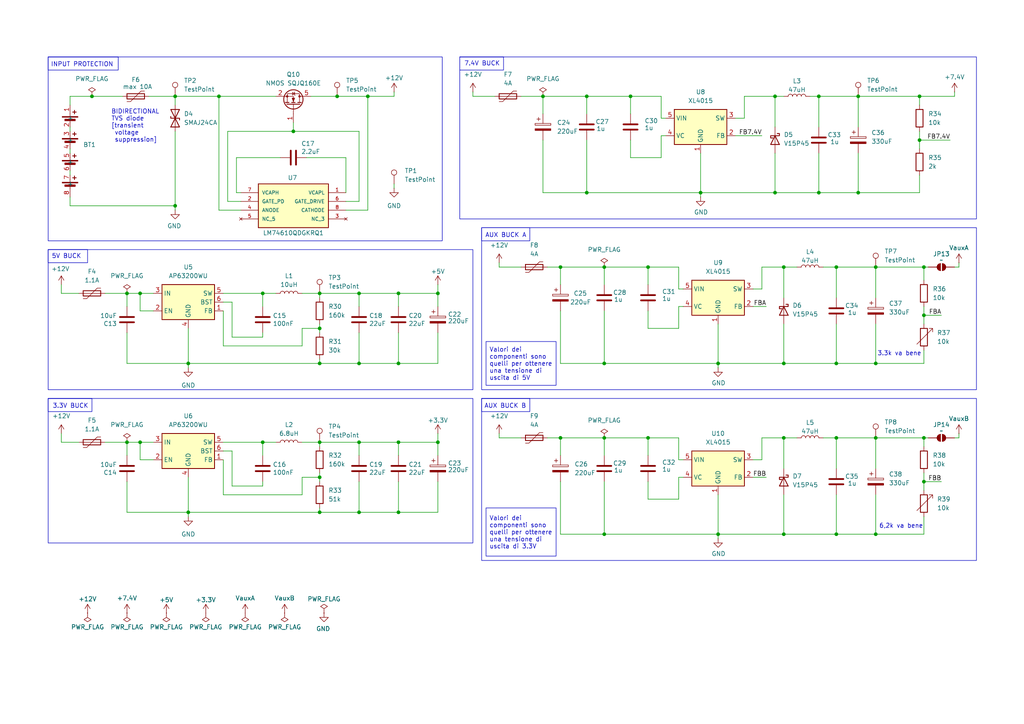
<source format=kicad_sch>
(kicad_sch
	(version 20250114)
	(generator "eeschema")
	(generator_version "9.0")
	(uuid "953086fa-c3ab-4cb2-ae4d-3ea7d054a997")
	(paper "A4")
	
	(rectangle
		(start 139.7 115.57)
		(end 283.21 162.56)
		(stroke
			(width 0)
			(type default)
		)
		(fill
			(type none)
		)
		(uuid 01c16c20-3398-461b-a340-24291d3e79b5)
	)
	(rectangle
		(start 133.35 16.51)
		(end 146.05 20.32)
		(stroke
			(width 0)
			(type default)
		)
		(fill
			(type none)
		)
		(uuid 0b34e581-663e-49f6-9059-46b50d62720f)
	)
	(rectangle
		(start 13.97 72.39)
		(end 137.16 113.03)
		(stroke
			(width 0)
			(type default)
		)
		(fill
			(type none)
		)
		(uuid 0eed0fee-73d2-4174-9689-a5d68fabccde)
	)
	(rectangle
		(start 139.7 66.04)
		(end 283.21 113.03)
		(stroke
			(width 0)
			(type default)
		)
		(fill
			(type none)
		)
		(uuid 28235954-b966-4978-8fba-de6d9e20e72f)
	)
	(rectangle
		(start 13.97 72.39)
		(end 25.4 76.2)
		(stroke
			(width 0)
			(type default)
		)
		(fill
			(type none)
		)
		(uuid 33c6471a-db59-4940-814d-6e57921b7b7e)
	)
	(rectangle
		(start 13.97 115.57)
		(end 26.67 119.38)
		(stroke
			(width 0)
			(type default)
		)
		(fill
			(type none)
		)
		(uuid 5a658950-db62-4c10-b920-e2d599910311)
	)
	(rectangle
		(start 13.97 16.51)
		(end 34.29 20.32)
		(stroke
			(width 0)
			(type default)
		)
		(fill
			(type none)
		)
		(uuid 73bb95e7-fde6-4594-8c82-59ad11c60fe5)
	)
	(rectangle
		(start 139.7 115.57)
		(end 153.67 119.38)
		(stroke
			(width 0)
			(type default)
		)
		(fill
			(type none)
		)
		(uuid c5d2ba25-ad33-4809-8f71-2a8f0422ff8d)
	)
	(rectangle
		(start 139.7 66.04)
		(end 153.67 69.85)
		(stroke
			(width 0)
			(type default)
		)
		(fill
			(type none)
		)
		(uuid d08f71a0-92cc-4596-a40c-d212729834d9)
	)
	(rectangle
		(start 133.35 16.51)
		(end 283.21 63.5)
		(stroke
			(width 0)
			(type default)
		)
		(fill
			(type none)
		)
		(uuid d2af9eb6-eb6e-4e76-8f9b-e35205ef100e)
	)
	(rectangle
		(start 13.97 16.51)
		(end 128.27 69.85)
		(stroke
			(width 0)
			(type default)
		)
		(fill
			(type none)
		)
		(uuid e838876a-9fa9-4ff1-97f4-66df09e52fd1)
	)
	(rectangle
		(start 13.97 115.57)
		(end 137.16 157.48)
		(stroke
			(width 0)
			(type default)
		)
		(fill
			(type none)
		)
		(uuid e9ec95ae-7d47-480e-9e60-802144d987c5)
	)
	(text "5V BUCK"
		(exclude_from_sim no)
		(at 14.986 74.422 0)
		(effects
			(font
				(size 1.27 1.27)
			)
			(justify left)
		)
		(uuid "0bcb6ac3-a82d-4d28-bcbf-551622b3a01d")
	)
	(text "6,2k va bene\n"
		(exclude_from_sim no)
		(at 261.366 152.654 0)
		(effects
			(font
				(size 1.27 1.27)
			)
		)
		(uuid "44f90ae8-91c9-4c64-947c-d3960c530028")
	)
	(text "BIDIRECTIONAL \nTVS diode\n[transient \n voltage\n suppression]"
		(exclude_from_sim no)
		(at 32.258 31.75 0)
		(effects
			(font
				(size 1.27 1.27)
			)
			(justify left top)
		)
		(uuid "4f9bec00-4cb7-456f-8340-e33e382fa66a")
	)
	(text "3.3k va bene\n"
		(exclude_from_sim no)
		(at 260.858 102.616 0)
		(effects
			(font
				(size 1.27 1.27)
			)
		)
		(uuid "55dafc59-777a-4287-9c8d-7abfd9f485f0")
	)
	(text "3.3V BUCK"
		(exclude_from_sim no)
		(at 15.24 117.856 0)
		(effects
			(font
				(size 1.27 1.27)
			)
			(justify left)
		)
		(uuid "854a29ea-5219-442a-9cf5-28eae99ca964")
	)
	(text "7.4V BUCK"
		(exclude_from_sim no)
		(at 134.62 18.542 0)
		(effects
			(font
				(size 1.27 1.27)
			)
			(justify left)
		)
		(uuid "c239794b-f2a2-435c-b27d-e8061d342d6f")
	)
	(text "INPUT PROTECTION"
		(exclude_from_sim no)
		(at 14.732 18.796 0)
		(effects
			(font
				(size 1.27 1.27)
			)
			(justify left)
		)
		(uuid "c5d5e284-b3fd-4ab8-8e7a-70fe5b3d98f7")
	)
	(text "AUX BUCK B"
		(exclude_from_sim no)
		(at 140.462 117.856 0)
		(effects
			(font
				(size 1.27 1.27)
			)
			(justify left)
		)
		(uuid "daad75d5-3b43-466e-85be-23c86d45bd6b")
	)
	(text "AUX BUCK A"
		(exclude_from_sim no)
		(at 140.716 68.326 0)
		(effects
			(font
				(size 1.27 1.27)
			)
			(justify left)
		)
		(uuid "f6e59106-103b-4179-9bb4-9a2feb243659")
	)
	(text_box "Valori dei componenti sono quelli per ottenere una tensione di uscita di 3.3V\n"
		(exclude_from_sim no)
		(at 140.97 147.32 0)
		(size 20.32 13.97)
		(margins 0.9525 0.9525 0.9525 0.9525)
		(stroke
			(width 0)
			(type solid)
		)
		(fill
			(type none)
		)
		(effects
			(font
				(size 1.27 1.27)
			)
			(justify left)
		)
		(uuid "da0936d2-b3ab-47f3-995e-62e750989d22")
	)
	(text_box "Valori dei componenti sono quelli per ottenere una tensione di uscita di 5V\n"
		(exclude_from_sim no)
		(at 140.97 99.06 0)
		(size 20.3199 12.7)
		(margins 0.9525 0.9525 0.9525 0.9525)
		(stroke
			(width 0)
			(type solid)
		)
		(fill
			(type none)
		)
		(effects
			(font
				(size 1.27 1.27)
			)
			(justify left)
		)
		(uuid "f0eab02e-f56f-49d0-90aa-2de7845d4ca9")
	)
	(junction
		(at 187.96 77.47)
		(diameter 0)
		(color 0 0 0 0)
		(uuid "087bccb8-e3a1-47d2-b309-037eff75f5bb")
	)
	(junction
		(at 254 77.47)
		(diameter 0)
		(color 0 0 0 0)
		(uuid "0957c6ec-4f8b-4a7c-a139-261ebb4a4735")
	)
	(junction
		(at 224.79 27.94)
		(diameter 0)
		(color 0 0 0 0)
		(uuid "0ca24ff4-e949-4034-b5aa-8aadd2aec52d")
	)
	(junction
		(at 76.2 128.27)
		(diameter 0)
		(color 0 0 0 0)
		(uuid "0e60f2cd-4622-4c0f-80f4-c86c1569d4d5")
	)
	(junction
		(at 227.33 127)
		(diameter 0)
		(color 0 0 0 0)
		(uuid "172fb73b-c42c-4acd-8b44-d394f3fd52aa")
	)
	(junction
		(at 242.57 127)
		(diameter 0)
		(color 0 0 0 0)
		(uuid "1df07dc2-0f05-45a5-9d73-1185e9da453d")
	)
	(junction
		(at 36.83 85.09)
		(diameter 0)
		(color 0 0 0 0)
		(uuid "201cf608-9571-435d-b0f8-b931333173b3")
	)
	(junction
		(at 104.14 148.59)
		(diameter 0)
		(color 0 0 0 0)
		(uuid "2542e829-4f26-4393-9d07-06730aa74fe6")
	)
	(junction
		(at 242.57 105.41)
		(diameter 0)
		(color 0 0 0 0)
		(uuid "25884d0e-010e-4e46-a645-a1fcc770a8e4")
	)
	(junction
		(at 175.26 77.47)
		(diameter 0)
		(color 0 0 0 0)
		(uuid "2ab38761-a14f-41c5-bfd6-96f5b41c2419")
	)
	(junction
		(at 267.97 127)
		(diameter 0)
		(color 0 0 0 0)
		(uuid "2c88b309-a0ee-4b60-ac06-a3f8ced92e1a")
	)
	(junction
		(at 40.64 128.27)
		(diameter 0)
		(color 0 0 0 0)
		(uuid "2d69ff90-7beb-4b11-af23-e40244252656")
	)
	(junction
		(at 115.57 148.59)
		(diameter 0)
		(color 0 0 0 0)
		(uuid "2f4f3603-d2da-4d4d-b777-4609997e68c2")
	)
	(junction
		(at 175.26 154.94)
		(diameter 0)
		(color 0 0 0 0)
		(uuid "3070ff40-e11f-4da8-b371-3264cd72adb4")
	)
	(junction
		(at 104.14 85.09)
		(diameter 0)
		(color 0 0 0 0)
		(uuid "30fa938e-f341-4d15-b867-4e680c3f96a1")
	)
	(junction
		(at 254 154.94)
		(diameter 0)
		(color 0 0 0 0)
		(uuid "35687b32-39b7-48f8-9728-44acb118ec5c")
	)
	(junction
		(at 85.09 38.1)
		(diameter 0)
		(color 0 0 0 0)
		(uuid "3d624da9-d414-486f-bd34-f6cf26546282")
	)
	(junction
		(at 208.28 154.94)
		(diameter 0)
		(color 0 0 0 0)
		(uuid "464b5f41-6414-4fff-bbc2-272f97cec06f")
	)
	(junction
		(at 248.92 55.88)
		(diameter 0)
		(color 0 0 0 0)
		(uuid "4a2798de-1764-4f29-9b3b-fd0272870f83")
	)
	(junction
		(at 104.14 128.27)
		(diameter 0)
		(color 0 0 0 0)
		(uuid "4a47003d-ee08-47be-aad1-6e12fba22525")
	)
	(junction
		(at 115.57 85.09)
		(diameter 0)
		(color 0 0 0 0)
		(uuid "4c22c0e0-6d43-401f-a26b-f5645717c257")
	)
	(junction
		(at 115.57 105.41)
		(diameter 0)
		(color 0 0 0 0)
		(uuid "4cc24344-41ef-4fdb-b837-2d39b8e9ee29")
	)
	(junction
		(at 254 127)
		(diameter 0)
		(color 0 0 0 0)
		(uuid "5743116d-d2af-4358-a285-44a2137808a4")
	)
	(junction
		(at 227.33 154.94)
		(diameter 0)
		(color 0 0 0 0)
		(uuid "592579de-30d4-4fca-8934-8c144c0d00f2")
	)
	(junction
		(at 115.57 128.27)
		(diameter 0)
		(color 0 0 0 0)
		(uuid "5e07fe7f-8b54-4e23-8c90-47bac361092e")
	)
	(junction
		(at 248.92 27.94)
		(diameter 0)
		(color 0 0 0 0)
		(uuid "66c1d1db-9bfc-4563-9759-d2d9cd97b529")
	)
	(junction
		(at 63.5 27.94)
		(diameter 0)
		(color 0 0 0 0)
		(uuid "6b77dd12-7f97-43ba-a67a-da6beb6e2ee6")
	)
	(junction
		(at 40.64 85.09)
		(diameter 0)
		(color 0 0 0 0)
		(uuid "71868675-2714-413b-b952-9a530d42b5ab")
	)
	(junction
		(at 237.49 55.88)
		(diameter 0)
		(color 0 0 0 0)
		(uuid "785e8789-d12d-4e2a-8cf6-c5c73f508b3d")
	)
	(junction
		(at 267.97 77.47)
		(diameter 0)
		(color 0 0 0 0)
		(uuid "79d83e89-eba0-4cac-9e7f-928fbf9b9141")
	)
	(junction
		(at 162.56 77.47)
		(diameter 0)
		(color 0 0 0 0)
		(uuid "7a0996bb-58ef-418f-8a0a-367ce467f54d")
	)
	(junction
		(at 187.96 127)
		(diameter 0)
		(color 0 0 0 0)
		(uuid "7a4bb8b6-e12f-458c-9bce-681fc8998186")
	)
	(junction
		(at 170.18 27.94)
		(diameter 0)
		(color 0 0 0 0)
		(uuid "7ad3d55d-c758-412e-9ca6-d4b487bb53a4")
	)
	(junction
		(at 92.71 128.27)
		(diameter 0)
		(color 0 0 0 0)
		(uuid "837f92af-7301-4942-bdeb-89c30fd40fb9")
	)
	(junction
		(at 50.8 27.94)
		(diameter 0)
		(color 0 0 0 0)
		(uuid "84f79a93-a816-4ce0-bfbf-d25e3e97eb60")
	)
	(junction
		(at 267.97 91.44)
		(diameter 0)
		(color 0 0 0 0)
		(uuid "8a14ebc2-ceae-47ed-9dc2-b43fec5081de")
	)
	(junction
		(at 266.7 27.94)
		(diameter 0)
		(color 0 0 0 0)
		(uuid "8a25d21e-293c-42d4-9bad-731458e515cd")
	)
	(junction
		(at 92.71 105.41)
		(diameter 0)
		(color 0 0 0 0)
		(uuid "8aa06fd0-8b9e-4542-9d86-a13bacea0326")
	)
	(junction
		(at 162.56 127)
		(diameter 0)
		(color 0 0 0 0)
		(uuid "8b071b85-16fe-456e-a5d2-0f3d5aec653a")
	)
	(junction
		(at 242.57 77.47)
		(diameter 0)
		(color 0 0 0 0)
		(uuid "8b36d95f-d472-49cc-a4c2-e1c6ef65af90")
	)
	(junction
		(at 26.67 27.94)
		(diameter 0)
		(color 0 0 0 0)
		(uuid "8de3f6cd-ab30-4485-b25b-ecb504a71000")
	)
	(junction
		(at 54.61 148.59)
		(diameter 0)
		(color 0 0 0 0)
		(uuid "8f12fdd2-0efa-4747-99eb-168b82491c66")
	)
	(junction
		(at 50.8 59.69)
		(diameter 0)
		(color 0 0 0 0)
		(uuid "9088ef99-053a-4b2b-a746-c8a6e1f6d653")
	)
	(junction
		(at 267.97 139.7)
		(diameter 0)
		(color 0 0 0 0)
		(uuid "93df2044-003f-4e0c-94cb-80ae6cab83ed")
	)
	(junction
		(at 227.33 105.41)
		(diameter 0)
		(color 0 0 0 0)
		(uuid "99b49272-3cc4-4b7b-83c3-386ae141b824")
	)
	(junction
		(at 203.2 55.88)
		(diameter 0)
		(color 0 0 0 0)
		(uuid "9c2aa78f-30d3-4610-b8f9-53d9d7e75404")
	)
	(junction
		(at 92.71 95.25)
		(diameter 0)
		(color 0 0 0 0)
		(uuid "9fc07323-c7d8-4417-93b8-1091b516a411")
	)
	(junction
		(at 106.68 27.94)
		(diameter 0)
		(color 0 0 0 0)
		(uuid "aed42238-3c39-4b40-ada0-8cfca386f5e9")
	)
	(junction
		(at 92.71 148.59)
		(diameter 0)
		(color 0 0 0 0)
		(uuid "b3dce36a-c34f-48cd-9f3e-41ef363e818a")
	)
	(junction
		(at 242.57 154.94)
		(diameter 0)
		(color 0 0 0 0)
		(uuid "b6c0c441-fbf8-47c4-828e-7dc8f1350ff0")
	)
	(junction
		(at 170.18 55.88)
		(diameter 0)
		(color 0 0 0 0)
		(uuid "bdae7c55-11bc-4c54-988a-e73ed4809c31")
	)
	(junction
		(at 224.79 55.88)
		(diameter 0)
		(color 0 0 0 0)
		(uuid "be097ec6-6c16-477a-afdc-684addcf61de")
	)
	(junction
		(at 237.49 27.94)
		(diameter 0)
		(color 0 0 0 0)
		(uuid "bee532ab-732d-49b1-ac2a-2d87ff4d069f")
	)
	(junction
		(at 266.7 40.64)
		(diameter 0)
		(color 0 0 0 0)
		(uuid "bf8b3fdc-2b61-4182-adee-b389ea69811b")
	)
	(junction
		(at 92.71 85.09)
		(diameter 0)
		(color 0 0 0 0)
		(uuid "c789b7f6-8ec3-4e6c-9edf-6ffd45ca78ac")
	)
	(junction
		(at 104.14 105.41)
		(diameter 0)
		(color 0 0 0 0)
		(uuid "cd0a321c-b2f1-4c6c-817a-d841d9db5e3d")
	)
	(junction
		(at 175.26 105.41)
		(diameter 0)
		(color 0 0 0 0)
		(uuid "cde5fd11-b719-431a-b34c-e25eaea94479")
	)
	(junction
		(at 97.79 27.94)
		(diameter 0)
		(color 0 0 0 0)
		(uuid "d2309e28-6d31-42ea-95e1-472d77a8e619")
	)
	(junction
		(at 76.2 85.09)
		(diameter 0)
		(color 0 0 0 0)
		(uuid "d63f1001-a492-41c1-aed0-be6877690765")
	)
	(junction
		(at 127 128.27)
		(diameter 0)
		(color 0 0 0 0)
		(uuid "dc11f7e7-4b3c-4fb5-8257-35cf727967dc")
	)
	(junction
		(at 254 105.41)
		(diameter 0)
		(color 0 0 0 0)
		(uuid "e737a187-8bb1-4bcd-b9c8-a36ad705dd81")
	)
	(junction
		(at 36.83 128.27)
		(diameter 0)
		(color 0 0 0 0)
		(uuid "ea7e5f03-9a35-4367-bbb1-5961f863e3c4")
	)
	(junction
		(at 54.61 105.41)
		(diameter 0)
		(color 0 0 0 0)
		(uuid "ea847085-2ce4-48d2-a641-9be796e26cfb")
	)
	(junction
		(at 227.33 77.47)
		(diameter 0)
		(color 0 0 0 0)
		(uuid "ebb60d29-53f8-490f-9260-aeb70eb03e5a")
	)
	(junction
		(at 175.26 127)
		(diameter 0)
		(color 0 0 0 0)
		(uuid "ef095912-3137-4232-971d-d4bfc6bc5daf")
	)
	(junction
		(at 157.48 27.94)
		(diameter 0)
		(color 0 0 0 0)
		(uuid "f00a6d89-0e5d-4bf0-8b2a-9c5cc356c7b5")
	)
	(junction
		(at 208.28 105.41)
		(diameter 0)
		(color 0 0 0 0)
		(uuid "f141781c-ee45-4158-90a7-b257e61d8923")
	)
	(junction
		(at 92.71 138.43)
		(diameter 0)
		(color 0 0 0 0)
		(uuid "f3c72a3b-e355-4224-a305-e4348a9261d0")
	)
	(junction
		(at 127 85.09)
		(diameter 0)
		(color 0 0 0 0)
		(uuid "f584771c-d7c7-4933-b9b5-cd9995096f31")
	)
	(junction
		(at 182.88 27.94)
		(diameter 0)
		(color 0 0 0 0)
		(uuid "f941a74c-8603-4fe8-85ae-47534733ff10")
	)
	(wire
		(pts
			(xy 36.83 105.41) (xy 54.61 105.41)
		)
		(stroke
			(width 0)
			(type default)
		)
		(uuid "00ccc55d-f4c5-44ae-9f4d-d445de9d2138")
	)
	(wire
		(pts
			(xy 100.33 45.72) (xy 100.33 55.88)
		)
		(stroke
			(width 0)
			(type default)
		)
		(uuid "01578830-9dd0-4e9c-9168-d55940c0ebee")
	)
	(wire
		(pts
			(xy 242.57 105.41) (xy 254 105.41)
		)
		(stroke
			(width 0)
			(type default)
		)
		(uuid "021a41de-f4c3-479e-9e7f-f8d5c4b70830")
	)
	(wire
		(pts
			(xy 191.77 27.94) (xy 191.77 34.29)
		)
		(stroke
			(width 0)
			(type default)
		)
		(uuid "0240eede-1dd8-4bf7-b3c4-b2089468624c")
	)
	(wire
		(pts
			(xy 215.9 27.94) (xy 215.9 34.29)
		)
		(stroke
			(width 0)
			(type default)
		)
		(uuid "02824fbe-923b-4b28-9079-0d6d63fb2341")
	)
	(wire
		(pts
			(xy 115.57 105.41) (xy 127 105.41)
		)
		(stroke
			(width 0)
			(type default)
		)
		(uuid "02cddfed-b990-4c95-a8da-f4698f6b339a")
	)
	(wire
		(pts
			(xy 266.7 38.1) (xy 266.7 40.64)
		)
		(stroke
			(width 0)
			(type default)
		)
		(uuid "0534c616-af61-448e-b412-ca7d0706c015")
	)
	(wire
		(pts
			(xy 137.16 27.94) (xy 137.16 26.67)
		)
		(stroke
			(width 0)
			(type default)
		)
		(uuid "0566275e-4288-44b5-920e-4d0bf03e74a7")
	)
	(wire
		(pts
			(xy 187.96 77.47) (xy 196.85 77.47)
		)
		(stroke
			(width 0)
			(type default)
		)
		(uuid "096c42f1-8870-4cd4-85db-bfa7c6446032")
	)
	(wire
		(pts
			(xy 115.57 128.27) (xy 115.57 132.08)
		)
		(stroke
			(width 0)
			(type default)
		)
		(uuid "0b936c09-d1ab-48b5-8a1d-a49d7e584b6d")
	)
	(wire
		(pts
			(xy 92.71 93.98) (xy 92.71 95.25)
		)
		(stroke
			(width 0)
			(type default)
		)
		(uuid "0de3471a-bfce-4665-b399-fb31d6cd18e9")
	)
	(wire
		(pts
			(xy 222.25 138.43) (xy 218.44 138.43)
		)
		(stroke
			(width 0)
			(type default)
		)
		(uuid "0e69e592-9220-411b-b1b8-1e07b546c34e")
	)
	(wire
		(pts
			(xy 203.2 55.88) (xy 224.79 55.88)
		)
		(stroke
			(width 0)
			(type default)
		)
		(uuid "0f49264c-d995-4783-a578-cfe7e01012b1")
	)
	(wire
		(pts
			(xy 227.33 77.47) (xy 231.14 77.47)
		)
		(stroke
			(width 0)
			(type default)
		)
		(uuid "1100088f-95b7-45d6-8049-ea3ebfc6ad81")
	)
	(wire
		(pts
			(xy 115.57 85.09) (xy 115.57 88.9)
		)
		(stroke
			(width 0)
			(type default)
		)
		(uuid "1161e686-fd39-4dd7-b42e-4023798b0b02")
	)
	(wire
		(pts
			(xy 92.71 137.16) (xy 92.71 138.43)
		)
		(stroke
			(width 0)
			(type default)
		)
		(uuid "11abf63f-0038-427a-a9b8-c8d11dd539e4")
	)
	(wire
		(pts
			(xy 170.18 27.94) (xy 182.88 27.94)
		)
		(stroke
			(width 0)
			(type default)
		)
		(uuid "14a3cd1b-d658-4be8-830d-daf6e78aec65")
	)
	(wire
		(pts
			(xy 220.98 133.35) (xy 218.44 133.35)
		)
		(stroke
			(width 0)
			(type default)
		)
		(uuid "14e65cbd-abfa-4a20-a1da-ce02e8fd249c")
	)
	(wire
		(pts
			(xy 144.78 127) (xy 144.78 125.73)
		)
		(stroke
			(width 0)
			(type default)
		)
		(uuid "15010e38-076b-4315-9334-6b011706aec8")
	)
	(wire
		(pts
			(xy 187.96 95.25) (xy 196.85 95.25)
		)
		(stroke
			(width 0)
			(type default)
		)
		(uuid "15947079-2965-4ade-aa02-28cab4fea979")
	)
	(wire
		(pts
			(xy 157.48 33.02) (xy 157.48 27.94)
		)
		(stroke
			(width 0)
			(type default)
		)
		(uuid "18c0f0d7-d002-44c9-88f7-bdb837eeb5e5")
	)
	(wire
		(pts
			(xy 54.61 149.86) (xy 54.61 148.59)
		)
		(stroke
			(width 0)
			(type default)
		)
		(uuid "1dd8e54d-010e-4b81-86a5-089c47d8ee37")
	)
	(wire
		(pts
			(xy 254 143.51) (xy 254 154.94)
		)
		(stroke
			(width 0)
			(type default)
		)
		(uuid "1df9b800-bfdd-4e10-a6ab-b5aca0f89dc3")
	)
	(wire
		(pts
			(xy 182.88 33.02) (xy 182.88 27.94)
		)
		(stroke
			(width 0)
			(type default)
		)
		(uuid "1dfc2643-39a1-405b-9033-7c75b0d13337")
	)
	(wire
		(pts
			(xy 196.85 133.35) (xy 198.12 133.35)
		)
		(stroke
			(width 0)
			(type default)
		)
		(uuid "1e0bb08c-d741-4489-a6a6-ecede84ebaf7")
	)
	(wire
		(pts
			(xy 162.56 127) (xy 175.26 127)
		)
		(stroke
			(width 0)
			(type default)
		)
		(uuid "1e13134f-e0b4-4c10-9ebf-aac345570136")
	)
	(wire
		(pts
			(xy 227.33 77.47) (xy 227.33 86.36)
		)
		(stroke
			(width 0)
			(type default)
		)
		(uuid "1ed89055-278a-49ec-921d-3b21f149d5ae")
	)
	(wire
		(pts
			(xy 87.63 143.51) (xy 87.63 138.43)
		)
		(stroke
			(width 0)
			(type default)
		)
		(uuid "1f754ce4-e64a-427b-8cbe-7d3e626bf493")
	)
	(wire
		(pts
			(xy 20.32 57.15) (xy 20.32 59.69)
		)
		(stroke
			(width 0)
			(type default)
		)
		(uuid "210a8153-3c05-4ae6-a8b4-e8a1417c1f7c")
	)
	(wire
		(pts
			(xy 92.71 104.14) (xy 92.71 105.41)
		)
		(stroke
			(width 0)
			(type default)
		)
		(uuid "21ab33f1-d37e-4dea-b758-23dbf14beb4a")
	)
	(wire
		(pts
			(xy 273.05 91.44) (xy 267.97 91.44)
		)
		(stroke
			(width 0)
			(type default)
		)
		(uuid "2473bb57-0013-4713-901e-60d8e074a767")
	)
	(wire
		(pts
			(xy 238.76 127) (xy 242.57 127)
		)
		(stroke
			(width 0)
			(type default)
		)
		(uuid "24ed5741-45ac-40f7-b9a3-494df80f0579")
	)
	(wire
		(pts
			(xy 191.77 39.37) (xy 193.04 39.37)
		)
		(stroke
			(width 0)
			(type default)
		)
		(uuid "2640f0c9-b76f-4c0d-9ac9-c29a65139c69")
	)
	(wire
		(pts
			(xy 242.57 143.51) (xy 242.57 154.94)
		)
		(stroke
			(width 0)
			(type default)
		)
		(uuid "26866328-d4aa-442f-85f3-67f3ab3cd143")
	)
	(wire
		(pts
			(xy 276.86 127) (xy 278.13 127)
		)
		(stroke
			(width 0)
			(type default)
		)
		(uuid "270a4cde-6a66-4966-a072-8f272ef836b2")
	)
	(wire
		(pts
			(xy 63.5 60.96) (xy 69.85 60.96)
		)
		(stroke
			(width 0)
			(type default)
		)
		(uuid "291f2132-5a64-448b-bd2b-a3708b9ad9db")
	)
	(wire
		(pts
			(xy 248.92 27.94) (xy 248.92 36.83)
		)
		(stroke
			(width 0)
			(type default)
		)
		(uuid "2adde2ec-7986-4d6d-b94f-7518494c80cc")
	)
	(wire
		(pts
			(xy 64.77 128.27) (xy 76.2 128.27)
		)
		(stroke
			(width 0)
			(type default)
		)
		(uuid "2b26a455-143b-4ce8-835e-46d916db2022")
	)
	(wire
		(pts
			(xy 254 127) (xy 254 135.89)
		)
		(stroke
			(width 0)
			(type default)
		)
		(uuid "2c2bb239-994e-4b98-a9b3-4fa403b47ae7")
	)
	(wire
		(pts
			(xy 40.64 90.17) (xy 40.64 85.09)
		)
		(stroke
			(width 0)
			(type default)
		)
		(uuid "2fe5f565-5027-49b6-a598-1d395c397f20")
	)
	(wire
		(pts
			(xy 175.26 77.47) (xy 187.96 77.47)
		)
		(stroke
			(width 0)
			(type default)
		)
		(uuid "310fdbc7-90ca-412c-8dea-ce917e5a36ff")
	)
	(wire
		(pts
			(xy 175.26 132.08) (xy 175.26 127)
		)
		(stroke
			(width 0)
			(type default)
		)
		(uuid "31a7becc-d727-4c93-aceb-cd734ed65b38")
	)
	(wire
		(pts
			(xy 278.13 125.73) (xy 278.13 127)
		)
		(stroke
			(width 0)
			(type default)
		)
		(uuid "323439f5-7d65-42b8-93c8-edfec8363640")
	)
	(wire
		(pts
			(xy 208.28 154.94) (xy 227.33 154.94)
		)
		(stroke
			(width 0)
			(type default)
		)
		(uuid "329212cd-0b1d-4fbe-9732-24a08ed85104")
	)
	(wire
		(pts
			(xy 76.2 85.09) (xy 76.2 88.9)
		)
		(stroke
			(width 0)
			(type default)
		)
		(uuid "32a995e0-9ec1-4a00-ab8c-4f503f9e48db")
	)
	(wire
		(pts
			(xy 87.63 85.09) (xy 92.71 85.09)
		)
		(stroke
			(width 0)
			(type default)
		)
		(uuid "33ab1b19-3b7a-4151-9a40-09052fdb4717")
	)
	(wire
		(pts
			(xy 106.68 27.94) (xy 106.68 60.96)
		)
		(stroke
			(width 0)
			(type default)
		)
		(uuid "3453505f-fdc9-4ee1-afe1-adcfd6338b4e")
	)
	(wire
		(pts
			(xy 220.98 39.37) (xy 213.36 39.37)
		)
		(stroke
			(width 0)
			(type default)
		)
		(uuid "3478a47d-31c2-477d-a06b-1a8aa7485a78")
	)
	(wire
		(pts
			(xy 127 125.73) (xy 127 128.27)
		)
		(stroke
			(width 0)
			(type default)
		)
		(uuid "34d20d95-3f82-411f-b247-1231f897379b")
	)
	(wire
		(pts
			(xy 275.59 40.64) (xy 266.7 40.64)
		)
		(stroke
			(width 0)
			(type default)
		)
		(uuid "34eb1e5c-7fa6-4c9e-b3a7-6db0de4ddd28")
	)
	(wire
		(pts
			(xy 208.28 105.41) (xy 208.28 93.98)
		)
		(stroke
			(width 0)
			(type default)
		)
		(uuid "35a3dc13-730c-43a8-9637-d23961d35c41")
	)
	(wire
		(pts
			(xy 54.61 148.59) (xy 92.71 148.59)
		)
		(stroke
			(width 0)
			(type default)
		)
		(uuid "35dfac12-9a4a-4d47-b8a2-03870fc31bd7")
	)
	(wire
		(pts
			(xy 182.88 40.64) (xy 182.88 45.72)
		)
		(stroke
			(width 0)
			(type default)
		)
		(uuid "370b03f5-0f0f-48f8-911b-cae7cee6ca4a")
	)
	(wire
		(pts
			(xy 175.26 82.55) (xy 175.26 77.47)
		)
		(stroke
			(width 0)
			(type default)
		)
		(uuid "379029e7-85bf-4c19-bdfa-76ac18e2bda4")
	)
	(wire
		(pts
			(xy 36.83 85.09) (xy 40.64 85.09)
		)
		(stroke
			(width 0)
			(type default)
		)
		(uuid "37d01d0e-1221-447c-a5ba-969e6b9e0a8c")
	)
	(wire
		(pts
			(xy 175.26 105.41) (xy 175.26 90.17)
		)
		(stroke
			(width 0)
			(type default)
		)
		(uuid "38654bfc-e11a-4e63-92e9-80dc0a7e2d86")
	)
	(wire
		(pts
			(xy 43.18 27.94) (xy 50.8 27.94)
		)
		(stroke
			(width 0)
			(type default)
		)
		(uuid "38f64558-0f34-49fc-bcf7-1b19ab961e9a")
	)
	(wire
		(pts
			(xy 267.97 101.6) (xy 267.97 105.41)
		)
		(stroke
			(width 0)
			(type default)
		)
		(uuid "39ce04a6-e96e-47be-af7d-fca6e77cfe19")
	)
	(wire
		(pts
			(xy 76.2 97.79) (xy 76.2 96.52)
		)
		(stroke
			(width 0)
			(type default)
		)
		(uuid "39e837ab-663b-41cb-b7cd-fc09a5d83545")
	)
	(wire
		(pts
			(xy 127 96.52) (xy 127 105.41)
		)
		(stroke
			(width 0)
			(type default)
		)
		(uuid "3a206e21-1356-40ba-a726-769e36245e97")
	)
	(wire
		(pts
			(xy 137.16 27.94) (xy 143.51 27.94)
		)
		(stroke
			(width 0)
			(type default)
		)
		(uuid "3a3981a4-98f4-4cbe-a59b-901ba5d12c8f")
	)
	(wire
		(pts
			(xy 40.64 90.17) (xy 44.45 90.17)
		)
		(stroke
			(width 0)
			(type default)
		)
		(uuid "3b365e97-9a51-4354-a113-b5d0f36c3696")
	)
	(wire
		(pts
			(xy 162.56 154.94) (xy 175.26 154.94)
		)
		(stroke
			(width 0)
			(type default)
		)
		(uuid "3bca0c9b-4daf-44de-abf0-c23ff189d1b8")
	)
	(wire
		(pts
			(xy 242.57 127) (xy 254 127)
		)
		(stroke
			(width 0)
			(type default)
		)
		(uuid "3db16623-0a69-41f3-af8c-f351432209bb")
	)
	(wire
		(pts
			(xy 100.33 60.96) (xy 106.68 60.96)
		)
		(stroke
			(width 0)
			(type default)
		)
		(uuid "3db42c4d-ae37-4856-8e6f-f24ae7fb7020")
	)
	(wire
		(pts
			(xy 267.97 77.47) (xy 267.97 81.28)
		)
		(stroke
			(width 0)
			(type default)
		)
		(uuid "3e39135b-c978-451d-bb1e-61eb783df12f")
	)
	(wire
		(pts
			(xy 224.79 27.94) (xy 227.33 27.94)
		)
		(stroke
			(width 0)
			(type default)
		)
		(uuid "3e9f7af7-3384-49ab-8239-f9e582e27a74")
	)
	(wire
		(pts
			(xy 158.75 127) (xy 162.56 127)
		)
		(stroke
			(width 0)
			(type default)
		)
		(uuid "401777c5-722a-46b3-9200-76c1113d594b")
	)
	(wire
		(pts
			(xy 242.57 77.47) (xy 242.57 86.36)
		)
		(stroke
			(width 0)
			(type default)
		)
		(uuid "4197d5de-9146-4aa0-ae20-87324d588d79")
	)
	(wire
		(pts
			(xy 254 127) (xy 267.97 127)
		)
		(stroke
			(width 0)
			(type default)
		)
		(uuid "42a5241d-e613-4e9b-9d1b-0dd6931ce49b")
	)
	(wire
		(pts
			(xy 220.98 77.47) (xy 227.33 77.47)
		)
		(stroke
			(width 0)
			(type default)
		)
		(uuid "43842efc-919c-407f-aed5-bcbc3b6aab17")
	)
	(wire
		(pts
			(xy 208.28 156.21) (xy 208.28 154.94)
		)
		(stroke
			(width 0)
			(type default)
		)
		(uuid "44812c3e-079f-486f-a294-380882528c15")
	)
	(wire
		(pts
			(xy 50.8 38.1) (xy 50.8 59.69)
		)
		(stroke
			(width 0)
			(type default)
		)
		(uuid "462f3a13-882b-4aed-a907-086803e6927c")
	)
	(wire
		(pts
			(xy 266.7 50.8) (xy 266.7 55.88)
		)
		(stroke
			(width 0)
			(type default)
		)
		(uuid "46664790-fda9-456c-8968-e89ae66dc0d4")
	)
	(wire
		(pts
			(xy 227.33 93.98) (xy 227.33 105.41)
		)
		(stroke
			(width 0)
			(type default)
		)
		(uuid "47d11551-6b65-4ed9-aecf-f59cbbea1ec2")
	)
	(wire
		(pts
			(xy 208.28 105.41) (xy 227.33 105.41)
		)
		(stroke
			(width 0)
			(type default)
		)
		(uuid "4805b966-ea36-4c22-9384-5752adc1c524")
	)
	(wire
		(pts
			(xy 20.32 27.94) (xy 26.67 27.94)
		)
		(stroke
			(width 0)
			(type default)
		)
		(uuid "4897649c-fe98-41c2-b0f7-0834766e87c4")
	)
	(wire
		(pts
			(xy 196.85 77.47) (xy 196.85 83.82)
		)
		(stroke
			(width 0)
			(type default)
		)
		(uuid "4962e439-a6e4-4b4a-a359-7899cf18455b")
	)
	(wire
		(pts
			(xy 182.88 45.72) (xy 191.77 45.72)
		)
		(stroke
			(width 0)
			(type default)
		)
		(uuid "49e33637-0864-4d07-ad63-f69c96f978f4")
	)
	(wire
		(pts
			(xy 267.97 137.16) (xy 267.97 139.7)
		)
		(stroke
			(width 0)
			(type default)
		)
		(uuid "4aafb478-4d9e-4a09-8509-3e29033562b7")
	)
	(wire
		(pts
			(xy 50.8 59.69) (xy 50.8 60.96)
		)
		(stroke
			(width 0)
			(type default)
		)
		(uuid "4b9b9703-ace3-4eb9-9179-12f829d9909c")
	)
	(wire
		(pts
			(xy 40.64 128.27) (xy 44.45 128.27)
		)
		(stroke
			(width 0)
			(type default)
		)
		(uuid "4c1b4f6d-50d3-412e-86d7-7e0b71cf6c5e")
	)
	(wire
		(pts
			(xy 220.98 127) (xy 220.98 133.35)
		)
		(stroke
			(width 0)
			(type default)
		)
		(uuid "4c61cc58-7d90-4106-8df1-83f9d4efab85")
	)
	(wire
		(pts
			(xy 87.63 138.43) (xy 92.71 138.43)
		)
		(stroke
			(width 0)
			(type default)
		)
		(uuid "4cbaf599-f0fb-499b-8b5d-f19bd6c63d9f")
	)
	(wire
		(pts
			(xy 157.48 27.94) (xy 170.18 27.94)
		)
		(stroke
			(width 0)
			(type default)
		)
		(uuid "4d1825f1-66e3-4b58-ae00-19bd92fffeb1")
	)
	(wire
		(pts
			(xy 224.79 27.94) (xy 224.79 36.83)
		)
		(stroke
			(width 0)
			(type default)
		)
		(uuid "4d3c0082-585d-432b-858f-f1c56d34fc16")
	)
	(wire
		(pts
			(xy 175.26 154.94) (xy 208.28 154.94)
		)
		(stroke
			(width 0)
			(type default)
		)
		(uuid "4d8dfb39-5d9f-4cd0-bf97-5228ebaab898")
	)
	(wire
		(pts
			(xy 162.56 90.17) (xy 162.56 105.41)
		)
		(stroke
			(width 0)
			(type default)
		)
		(uuid "4f9a0074-8641-4b7f-a3e2-543bc4a214eb")
	)
	(wire
		(pts
			(xy 234.95 27.94) (xy 237.49 27.94)
		)
		(stroke
			(width 0)
			(type default)
		)
		(uuid "503145e4-8b34-4c72-ab53-ff862b578f6e")
	)
	(wire
		(pts
			(xy 67.31 140.97) (xy 76.2 140.97)
		)
		(stroke
			(width 0)
			(type default)
		)
		(uuid "5082bca1-ff03-4235-baa8-3d68f908d132")
	)
	(wire
		(pts
			(xy 92.71 85.09) (xy 104.14 85.09)
		)
		(stroke
			(width 0)
			(type default)
		)
		(uuid "5101af33-0f6c-4fee-9e6d-1db4932d8b3a")
	)
	(wire
		(pts
			(xy 273.05 139.7) (xy 267.97 139.7)
		)
		(stroke
			(width 0)
			(type default)
		)
		(uuid "514011ba-6cdc-4676-8bc1-7faa24ffba2f")
	)
	(wire
		(pts
			(xy 64.77 100.33) (xy 87.63 100.33)
		)
		(stroke
			(width 0)
			(type default)
		)
		(uuid "523b6338-93e8-422d-b9b7-9ba104eef1c0")
	)
	(wire
		(pts
			(xy 215.9 34.29) (xy 213.36 34.29)
		)
		(stroke
			(width 0)
			(type default)
		)
		(uuid "52cbbe80-d060-4a1d-a350-e2cefdc2d287")
	)
	(wire
		(pts
			(xy 68.58 45.72) (xy 81.28 45.72)
		)
		(stroke
			(width 0)
			(type default)
		)
		(uuid "52cfddff-b13e-46b4-bf88-65ab2b4a25d4")
	)
	(wire
		(pts
			(xy 92.71 138.43) (xy 92.71 139.7)
		)
		(stroke
			(width 0)
			(type default)
		)
		(uuid "54d9b318-1f4f-4456-8321-c2f1681fa1a0")
	)
	(wire
		(pts
			(xy 196.85 88.9) (xy 198.12 88.9)
		)
		(stroke
			(width 0)
			(type default)
		)
		(uuid "54f45c6e-45cc-4a34-ad78-38153a90ca9d")
	)
	(wire
		(pts
			(xy 220.98 127) (xy 227.33 127)
		)
		(stroke
			(width 0)
			(type default)
		)
		(uuid "57960c0c-8e6c-48c8-8211-9cd5c82d5ed7")
	)
	(wire
		(pts
			(xy 68.58 55.88) (xy 69.85 55.88)
		)
		(stroke
			(width 0)
			(type default)
		)
		(uuid "580ba22c-3fd3-45f6-ba04-b2b146aeb3c9")
	)
	(wire
		(pts
			(xy 187.96 144.78) (xy 196.85 144.78)
		)
		(stroke
			(width 0)
			(type default)
		)
		(uuid "5a3098a8-e316-4198-875c-b997c8263e6b")
	)
	(wire
		(pts
			(xy 196.85 88.9) (xy 196.85 95.25)
		)
		(stroke
			(width 0)
			(type default)
		)
		(uuid "5a71f72d-d5c1-44ae-9627-04e9eb20c6f8")
	)
	(wire
		(pts
			(xy 64.77 130.81) (xy 67.31 130.81)
		)
		(stroke
			(width 0)
			(type default)
		)
		(uuid "5ab95aaa-1b41-4f20-adbd-8138b3696391")
	)
	(wire
		(pts
			(xy 242.57 77.47) (xy 254 77.47)
		)
		(stroke
			(width 0)
			(type default)
		)
		(uuid "5c086d1f-ab05-4c01-b657-4fe664c8fab7")
	)
	(wire
		(pts
			(xy 215.9 27.94) (xy 224.79 27.94)
		)
		(stroke
			(width 0)
			(type default)
		)
		(uuid "5c8cf5c6-6f62-4a10-bc53-743c2255db69")
	)
	(wire
		(pts
			(xy 208.28 154.94) (xy 208.28 143.51)
		)
		(stroke
			(width 0)
			(type default)
		)
		(uuid "5ccea616-8fea-4e70-abd6-14b7cf3b875e")
	)
	(wire
		(pts
			(xy 170.18 33.02) (xy 170.18 27.94)
		)
		(stroke
			(width 0)
			(type default)
		)
		(uuid "5f92b260-22de-4899-881b-5532527b2a8c")
	)
	(wire
		(pts
			(xy 104.14 38.1) (xy 104.14 58.42)
		)
		(stroke
			(width 0)
			(type default)
		)
		(uuid "607e2996-f92e-47bd-a1d1-24c1afeed099")
	)
	(wire
		(pts
			(xy 237.49 44.45) (xy 237.49 55.88)
		)
		(stroke
			(width 0)
			(type default)
		)
		(uuid "61d89586-5f5d-4b37-94ab-c44d9841b4ef")
	)
	(wire
		(pts
			(xy 196.85 127) (xy 196.85 133.35)
		)
		(stroke
			(width 0)
			(type default)
		)
		(uuid "61f0af9b-0b51-40ff-b389-9083c58e8d9f")
	)
	(wire
		(pts
			(xy 115.57 85.09) (xy 104.14 85.09)
		)
		(stroke
			(width 0)
			(type default)
		)
		(uuid "6270d008-5ae5-4dd3-b045-39f82b6dc423")
	)
	(wire
		(pts
			(xy 20.32 59.69) (xy 50.8 59.69)
		)
		(stroke
			(width 0)
			(type default)
		)
		(uuid "6386829b-167b-4f92-b13c-4a8998d6373a")
	)
	(wire
		(pts
			(xy 196.85 138.43) (xy 198.12 138.43)
		)
		(stroke
			(width 0)
			(type default)
		)
		(uuid "650a6b50-171d-4f2c-92e2-75ba2aa3e578")
	)
	(wire
		(pts
			(xy 208.28 106.68) (xy 208.28 105.41)
		)
		(stroke
			(width 0)
			(type default)
		)
		(uuid "657c2a60-e1fa-4921-9c70-e086ac9f4a04")
	)
	(wire
		(pts
			(xy 36.83 85.09) (xy 36.83 88.9)
		)
		(stroke
			(width 0)
			(type default)
		)
		(uuid "65950676-b342-4b6b-ba7f-30e4a61971bb")
	)
	(wire
		(pts
			(xy 248.92 44.45) (xy 248.92 55.88)
		)
		(stroke
			(width 0)
			(type default)
		)
		(uuid "662e40fd-7040-4584-8101-3e75f470f948")
	)
	(wire
		(pts
			(xy 203.2 55.88) (xy 203.2 44.45)
		)
		(stroke
			(width 0)
			(type default)
		)
		(uuid "6646db1f-0135-47cf-9841-8310798043f3")
	)
	(wire
		(pts
			(xy 267.97 88.9) (xy 267.97 91.44)
		)
		(stroke
			(width 0)
			(type default)
		)
		(uuid "6737f495-2959-48e0-b8f9-fa3bf60bacc4")
	)
	(wire
		(pts
			(xy 237.49 27.94) (xy 248.92 27.94)
		)
		(stroke
			(width 0)
			(type default)
		)
		(uuid "67dde635-cca8-442b-ab46-ee50860e0d36")
	)
	(wire
		(pts
			(xy 157.48 55.88) (xy 170.18 55.88)
		)
		(stroke
			(width 0)
			(type default)
		)
		(uuid "69191dbf-35c3-45cf-b9ce-eee72bda5b84")
	)
	(wire
		(pts
			(xy 222.25 88.9) (xy 218.44 88.9)
		)
		(stroke
			(width 0)
			(type default)
		)
		(uuid "6a7da526-b014-426a-980c-8bd192a3e7ae")
	)
	(wire
		(pts
			(xy 114.3 27.94) (xy 114.3 26.67)
		)
		(stroke
			(width 0)
			(type default)
		)
		(uuid "6c2b605b-f251-4aaf-aac2-bb17c6cfd29f")
	)
	(wire
		(pts
			(xy 88.9 45.72) (xy 100.33 45.72)
		)
		(stroke
			(width 0)
			(type default)
		)
		(uuid "6c999653-f898-4066-a5de-4788f5e7d580")
	)
	(wire
		(pts
			(xy 92.71 148.59) (xy 104.14 148.59)
		)
		(stroke
			(width 0)
			(type default)
		)
		(uuid "6e329e53-b201-42a5-a9f5-01354f937ca1")
	)
	(wire
		(pts
			(xy 157.48 40.64) (xy 157.48 55.88)
		)
		(stroke
			(width 0)
			(type default)
		)
		(uuid "6ef90bda-9e9b-4c43-b4b9-9db276969ebc")
	)
	(wire
		(pts
			(xy 63.5 27.94) (xy 63.5 60.96)
		)
		(stroke
			(width 0)
			(type default)
		)
		(uuid "7089974d-37ea-4c84-b3b8-dfcf4ed2ba04")
	)
	(wire
		(pts
			(xy 26.67 27.94) (xy 35.56 27.94)
		)
		(stroke
			(width 0)
			(type default)
		)
		(uuid "714cf7df-f931-4c6c-bed8-2b5f1c6ed13d")
	)
	(wire
		(pts
			(xy 162.56 82.55) (xy 162.56 77.47)
		)
		(stroke
			(width 0)
			(type default)
		)
		(uuid "72330f5a-f2e3-4eb7-93bc-26caccc03c86")
	)
	(wire
		(pts
			(xy 220.98 77.47) (xy 220.98 83.82)
		)
		(stroke
			(width 0)
			(type default)
		)
		(uuid "726ec882-aa47-48d6-861a-ae0e21b3f32d")
	)
	(wire
		(pts
			(xy 54.61 95.25) (xy 54.61 105.41)
		)
		(stroke
			(width 0)
			(type default)
		)
		(uuid "73ab3bdf-dc8b-4b91-a1fd-377e2041c924")
	)
	(wire
		(pts
			(xy 87.63 100.33) (xy 87.63 95.25)
		)
		(stroke
			(width 0)
			(type default)
		)
		(uuid "73f95876-5292-44c9-967d-4624b7ffac23")
	)
	(wire
		(pts
			(xy 36.83 96.52) (xy 36.83 105.41)
		)
		(stroke
			(width 0)
			(type default)
		)
		(uuid "7549016b-b9b6-4008-af6d-92c36ebc1200")
	)
	(wire
		(pts
			(xy 267.97 77.47) (xy 269.24 77.47)
		)
		(stroke
			(width 0)
			(type default)
		)
		(uuid "77780fa6-45e4-4539-9f26-15fb2342c831")
	)
	(wire
		(pts
			(xy 54.61 138.43) (xy 54.61 148.59)
		)
		(stroke
			(width 0)
			(type default)
		)
		(uuid "78dd58fc-d2af-47f2-9cf2-c7c9d5ebae48")
	)
	(wire
		(pts
			(xy 67.31 97.79) (xy 76.2 97.79)
		)
		(stroke
			(width 0)
			(type default)
		)
		(uuid "78e9eaae-8738-442e-9033-2c2a3414a976")
	)
	(wire
		(pts
			(xy 104.14 96.52) (xy 104.14 105.41)
		)
		(stroke
			(width 0)
			(type default)
		)
		(uuid "793c8234-0eb7-490b-ab84-1ccace45e89f")
	)
	(wire
		(pts
			(xy 227.33 127) (xy 231.14 127)
		)
		(stroke
			(width 0)
			(type default)
		)
		(uuid "79e7df71-d9a1-4875-9ac2-0ff79575d7e7")
	)
	(wire
		(pts
			(xy 127 139.7) (xy 127 148.59)
		)
		(stroke
			(width 0)
			(type default)
		)
		(uuid "7bada8e9-c0b6-471f-af32-9f246d7ef487")
	)
	(wire
		(pts
			(xy 187.96 127) (xy 196.85 127)
		)
		(stroke
			(width 0)
			(type default)
		)
		(uuid "7dd53774-4ae7-495d-90ee-2e5b38692b2a")
	)
	(wire
		(pts
			(xy 254 93.98) (xy 254 105.41)
		)
		(stroke
			(width 0)
			(type default)
		)
		(uuid "81e4bc05-c434-46be-b386-6824f476ee97")
	)
	(wire
		(pts
			(xy 36.83 148.59) (xy 54.61 148.59)
		)
		(stroke
			(width 0)
			(type default)
		)
		(uuid "83335860-280b-4bf1-8e4b-5145fd89e068")
	)
	(wire
		(pts
			(xy 242.57 93.98) (xy 242.57 105.41)
		)
		(stroke
			(width 0)
			(type default)
		)
		(uuid "85cd7b98-4daf-4dca-9df3-4b5d046c9520")
	)
	(wire
		(pts
			(xy 175.26 154.94) (xy 175.26 139.7)
		)
		(stroke
			(width 0)
			(type default)
		)
		(uuid "87be75ff-fe3f-408d-9868-c5d87f199439")
	)
	(wire
		(pts
			(xy 20.32 36.83) (xy 20.32 38.1)
		)
		(stroke
			(width 0)
			(type default)
		)
		(uuid "8882692c-4744-4c93-8817-419c421097a8")
	)
	(wire
		(pts
			(xy 170.18 55.88) (xy 170.18 40.64)
		)
		(stroke
			(width 0)
			(type default)
		)
		(uuid "88ec47ee-199f-4c0e-ba5f-dcfbadebd384")
	)
	(wire
		(pts
			(xy 266.7 27.94) (xy 276.86 27.94)
		)
		(stroke
			(width 0)
			(type default)
		)
		(uuid "8a818146-beb6-4445-af41-b5d44d013a0e")
	)
	(wire
		(pts
			(xy 266.7 55.88) (xy 248.92 55.88)
		)
		(stroke
			(width 0)
			(type default)
		)
		(uuid "8cb90ddc-a32f-488e-993f-cbf04278dcc1")
	)
	(wire
		(pts
			(xy 115.57 128.27) (xy 104.14 128.27)
		)
		(stroke
			(width 0)
			(type default)
		)
		(uuid "8e844de7-3d89-4a80-80a1-7f1cefa2a607")
	)
	(wire
		(pts
			(xy 64.77 85.09) (xy 76.2 85.09)
		)
		(stroke
			(width 0)
			(type default)
		)
		(uuid "8ed73674-2060-40f3-8ba2-381ae603d3ca")
	)
	(wire
		(pts
			(xy 97.79 27.94) (xy 106.68 27.94)
		)
		(stroke
			(width 0)
			(type default)
		)
		(uuid "90d3af13-a54a-4521-9d57-32d50720aab8")
	)
	(wire
		(pts
			(xy 50.8 27.94) (xy 63.5 27.94)
		)
		(stroke
			(width 0)
			(type default)
		)
		(uuid "9164fe34-e526-42ad-8047-3622ca013804")
	)
	(wire
		(pts
			(xy 267.97 105.41) (xy 254 105.41)
		)
		(stroke
			(width 0)
			(type default)
		)
		(uuid "92f36f6f-b6a3-4a19-8c48-bfe6dc0b8b8f")
	)
	(wire
		(pts
			(xy 20.32 30.48) (xy 20.32 27.94)
		)
		(stroke
			(width 0)
			(type default)
		)
		(uuid "93e0c156-f94d-44cb-8bdf-281c30702ae1")
	)
	(wire
		(pts
			(xy 54.61 106.68) (xy 54.61 105.41)
		)
		(stroke
			(width 0)
			(type default)
		)
		(uuid "952184ce-ceb3-468f-bf3b-cec3cd1fca62")
	)
	(wire
		(pts
			(xy 254 77.47) (xy 254 86.36)
		)
		(stroke
			(width 0)
			(type default)
		)
		(uuid "96430e98-ea7b-481b-997d-1712d46eb4aa")
	)
	(wire
		(pts
			(xy 100.33 58.42) (xy 104.14 58.42)
		)
		(stroke
			(width 0)
			(type default)
		)
		(uuid "965ed0a4-8cc5-448b-af5e-5af8de487b6c")
	)
	(wire
		(pts
			(xy 36.83 128.27) (xy 40.64 128.27)
		)
		(stroke
			(width 0)
			(type default)
		)
		(uuid "9686488e-70ce-4ed5-81e4-1293f89f66b5")
	)
	(wire
		(pts
			(xy 276.86 26.67) (xy 276.86 27.94)
		)
		(stroke
			(width 0)
			(type default)
		)
		(uuid "985641a1-acca-4e25-8673-6bcc0925648a")
	)
	(wire
		(pts
			(xy 67.31 130.81) (xy 67.31 140.97)
		)
		(stroke
			(width 0)
			(type default)
		)
		(uuid "98887c9c-2e99-4f41-ab6e-8770a8c5f411")
	)
	(wire
		(pts
			(xy 104.14 139.7) (xy 104.14 148.59)
		)
		(stroke
			(width 0)
			(type default)
		)
		(uuid "98d7c422-9e39-4b45-97c0-1c7c3ba4150a")
	)
	(wire
		(pts
			(xy 144.78 77.47) (xy 144.78 76.2)
		)
		(stroke
			(width 0)
			(type default)
		)
		(uuid "999ca1db-5cdd-4e8d-8526-8a816af1c50d")
	)
	(wire
		(pts
			(xy 68.58 45.72) (xy 68.58 55.88)
		)
		(stroke
			(width 0)
			(type default)
		)
		(uuid "999dd1f5-d9ef-40f8-903b-774e7639efd7")
	)
	(wire
		(pts
			(xy 50.8 30.48) (xy 50.8 27.94)
		)
		(stroke
			(width 0)
			(type default)
		)
		(uuid "99dbe182-3c99-4f93-90cf-d456f2b090dc")
	)
	(wire
		(pts
			(xy 182.88 27.94) (xy 191.77 27.94)
		)
		(stroke
			(width 0)
			(type default)
		)
		(uuid "9a30cafb-f9cb-4350-a7e8-46b53a9e608b")
	)
	(wire
		(pts
			(xy 224.79 55.88) (xy 237.49 55.88)
		)
		(stroke
			(width 0)
			(type default)
		)
		(uuid "9b6f4757-a97d-48c2-8cc6-13b3d7ba177b")
	)
	(wire
		(pts
			(xy 106.68 27.94) (xy 114.3 27.94)
		)
		(stroke
			(width 0)
			(type default)
		)
		(uuid "9d4a30a0-7b1a-40e2-862c-618b9f7b13ed")
	)
	(wire
		(pts
			(xy 248.92 27.94) (xy 266.7 27.94)
		)
		(stroke
			(width 0)
			(type default)
		)
		(uuid "9e0ea26d-c379-4be8-b12a-e969f35be78a")
	)
	(wire
		(pts
			(xy 66.04 58.42) (xy 69.85 58.42)
		)
		(stroke
			(width 0)
			(type default)
		)
		(uuid "9f7c3e8f-6f82-4c63-85db-e98a3a034912")
	)
	(wire
		(pts
			(xy 104.14 148.59) (xy 115.57 148.59)
		)
		(stroke
			(width 0)
			(type default)
		)
		(uuid "a4179484-8a45-4311-afc5-1e199511a1e0")
	)
	(wire
		(pts
			(xy 104.14 38.1) (xy 85.09 38.1)
		)
		(stroke
			(width 0)
			(type default)
		)
		(uuid "a4420dad-ded9-4a83-8342-01c2d3229a01")
	)
	(wire
		(pts
			(xy 267.97 127) (xy 267.97 129.54)
		)
		(stroke
			(width 0)
			(type default)
		)
		(uuid "a5d6166f-79a6-4a18-b692-f00234892d89")
	)
	(wire
		(pts
			(xy 115.57 148.59) (xy 127 148.59)
		)
		(stroke
			(width 0)
			(type default)
		)
		(uuid "a61de755-661c-41d5-9c5f-882ef543c3fc")
	)
	(wire
		(pts
			(xy 92.71 129.54) (xy 92.71 128.27)
		)
		(stroke
			(width 0)
			(type default)
		)
		(uuid "a64fdeef-6167-4ef3-8a1c-9846953a15aa")
	)
	(wire
		(pts
			(xy 40.64 133.35) (xy 44.45 133.35)
		)
		(stroke
			(width 0)
			(type default)
		)
		(uuid "a6ac35af-513a-4bd3-88cd-093f6927bc10")
	)
	(wire
		(pts
			(xy 92.71 128.27) (xy 104.14 128.27)
		)
		(stroke
			(width 0)
			(type default)
		)
		(uuid "abacc87c-9b8b-489e-a4f1-b0060fd78b0f")
	)
	(wire
		(pts
			(xy 187.96 139.7) (xy 187.96 144.78)
		)
		(stroke
			(width 0)
			(type default)
		)
		(uuid "ac67cbdf-7c0c-4745-a219-799084c4ef55")
	)
	(wire
		(pts
			(xy 87.63 128.27) (xy 92.71 128.27)
		)
		(stroke
			(width 0)
			(type default)
		)
		(uuid "ace56772-7923-4728-baa2-5ff2834e7545")
	)
	(wire
		(pts
			(xy 64.77 87.63) (xy 67.31 87.63)
		)
		(stroke
			(width 0)
			(type default)
		)
		(uuid "af1a9219-e01a-49aa-b101-2344358c4836")
	)
	(wire
		(pts
			(xy 191.77 39.37) (xy 191.77 45.72)
		)
		(stroke
			(width 0)
			(type default)
		)
		(uuid "afd8b6b9-215c-4194-9c9d-50767cac9384")
	)
	(wire
		(pts
			(xy 87.63 95.25) (xy 92.71 95.25)
		)
		(stroke
			(width 0)
			(type default)
		)
		(uuid "b054472d-aa76-413a-90ab-6600c9566b7f")
	)
	(wire
		(pts
			(xy 267.97 91.44) (xy 267.97 93.98)
		)
		(stroke
			(width 0)
			(type default)
		)
		(uuid "b12c040d-24cc-41d6-a87e-f9102dd49b15")
	)
	(wire
		(pts
			(xy 191.77 34.29) (xy 193.04 34.29)
		)
		(stroke
			(width 0)
			(type default)
		)
		(uuid "b3ab5817-175e-4dd5-8675-b5c11bd56003")
	)
	(wire
		(pts
			(xy 36.83 128.27) (xy 36.83 132.08)
		)
		(stroke
			(width 0)
			(type default)
		)
		(uuid "b5be0fdc-5ca7-43cf-9eb4-c64b29085ce2")
	)
	(wire
		(pts
			(xy 17.78 125.73) (xy 17.78 128.27)
		)
		(stroke
			(width 0)
			(type default)
		)
		(uuid "b60c1645-7046-42bb-9b90-d4e5fe7dc347")
	)
	(wire
		(pts
			(xy 276.86 77.47) (xy 278.13 77.47)
		)
		(stroke
			(width 0)
			(type default)
		)
		(uuid "b6eaa06c-1df3-41c0-93fe-1fadfe72595d")
	)
	(wire
		(pts
			(xy 162.56 132.08) (xy 162.56 127)
		)
		(stroke
			(width 0)
			(type default)
		)
		(uuid "b8c0a410-e998-409c-b963-155c963fd301")
	)
	(wire
		(pts
			(xy 254 77.47) (xy 267.97 77.47)
		)
		(stroke
			(width 0)
			(type default)
		)
		(uuid "b921ac2b-6d57-4805-8147-14047a08284d")
	)
	(wire
		(pts
			(xy 20.32 49.53) (xy 20.32 50.8)
		)
		(stroke
			(width 0)
			(type default)
		)
		(uuid "b9888261-7266-4bec-baf8-1592fad6be67")
	)
	(wire
		(pts
			(xy 66.04 38.1) (xy 66.04 58.42)
		)
		(stroke
			(width 0)
			(type default)
		)
		(uuid "bc9ecb1f-700c-440c-ba44-b3934372568a")
	)
	(wire
		(pts
			(xy 92.71 86.36) (xy 92.71 85.09)
		)
		(stroke
			(width 0)
			(type default)
		)
		(uuid "bd73ccd4-be61-4aeb-b88e-a879f736d4e0")
	)
	(wire
		(pts
			(xy 127 82.55) (xy 127 85.09)
		)
		(stroke
			(width 0)
			(type default)
		)
		(uuid "be6f2d7d-cc95-48b6-a6fd-4168b7aeed9b")
	)
	(wire
		(pts
			(xy 64.77 143.51) (xy 64.77 133.35)
		)
		(stroke
			(width 0)
			(type default)
		)
		(uuid "beb9cb91-1c98-4b4e-9304-68b6e9084557")
	)
	(wire
		(pts
			(xy 187.96 90.17) (xy 187.96 95.25)
		)
		(stroke
			(width 0)
			(type default)
		)
		(uuid "bf88645b-31d4-4576-b2f9-d439b1c04061")
	)
	(wire
		(pts
			(xy 127 85.09) (xy 127 88.9)
		)
		(stroke
			(width 0)
			(type default)
		)
		(uuid "c0ee6de2-9041-42a3-9603-3dfe50d10c8e")
	)
	(wire
		(pts
			(xy 17.78 128.27) (xy 22.86 128.27)
		)
		(stroke
			(width 0)
			(type default)
		)
		(uuid "c13c605c-cc06-4ac3-a7a0-9a9f3ab76147")
	)
	(wire
		(pts
			(xy 267.97 149.86) (xy 267.97 154.94)
		)
		(stroke
			(width 0)
			(type default)
		)
		(uuid "c14c2571-c7aa-4bf8-9299-873c390d30ff")
	)
	(wire
		(pts
			(xy 242.57 154.94) (xy 254 154.94)
		)
		(stroke
			(width 0)
			(type default)
		)
		(uuid "c269d65e-4031-4231-82c2-58c4bf9ce48a")
	)
	(wire
		(pts
			(xy 30.48 85.09) (xy 36.83 85.09)
		)
		(stroke
			(width 0)
			(type default)
		)
		(uuid "c3ec4e3d-0ec4-4719-966b-8f4d05d5d2e7")
	)
	(wire
		(pts
			(xy 267.97 139.7) (xy 267.97 142.24)
		)
		(stroke
			(width 0)
			(type default)
		)
		(uuid "c3ef02ba-4e72-4726-b6da-fca00376aeaf")
	)
	(wire
		(pts
			(xy 76.2 128.27) (xy 80.01 128.27)
		)
		(stroke
			(width 0)
			(type default)
		)
		(uuid "c4400088-5a35-4632-bc6e-9ae1c69a7aac")
	)
	(wire
		(pts
			(xy 54.61 105.41) (xy 92.71 105.41)
		)
		(stroke
			(width 0)
			(type default)
		)
		(uuid "c4a128df-7e10-47b2-8093-edbe9ecc116e")
	)
	(wire
		(pts
			(xy 158.75 77.47) (xy 162.56 77.47)
		)
		(stroke
			(width 0)
			(type default)
		)
		(uuid "c6aedea3-3b92-458d-8ef8-68bdfad0333d")
	)
	(wire
		(pts
			(xy 114.3 53.34) (xy 114.3 54.61)
		)
		(stroke
			(width 0)
			(type default)
		)
		(uuid "c77b700a-5f54-4810-82df-60b6eb786c18")
	)
	(wire
		(pts
			(xy 266.7 27.94) (xy 266.7 30.48)
		)
		(stroke
			(width 0)
			(type default)
		)
		(uuid "c7ba11d1-71a7-4d6c-b2fc-c0b5c4fcc318")
	)
	(wire
		(pts
			(xy 127 128.27) (xy 115.57 128.27)
		)
		(stroke
			(width 0)
			(type default)
		)
		(uuid "c9d4a544-e8c2-42b2-be5f-3e8ba8035e70")
	)
	(wire
		(pts
			(xy 196.85 83.82) (xy 198.12 83.82)
		)
		(stroke
			(width 0)
			(type default)
		)
		(uuid "cf8b19c6-be52-4a23-9f32-b190041887d3")
	)
	(wire
		(pts
			(xy 144.78 127) (xy 151.13 127)
		)
		(stroke
			(width 0)
			(type default)
		)
		(uuid "d0150128-2bf3-4c44-bd23-128bfec4daac")
	)
	(wire
		(pts
			(xy 85.09 38.1) (xy 66.04 38.1)
		)
		(stroke
			(width 0)
			(type default)
		)
		(uuid "d06dd63f-e80b-4db9-b345-b628c3a97978")
	)
	(wire
		(pts
			(xy 17.78 85.09) (xy 22.86 85.09)
		)
		(stroke
			(width 0)
			(type default)
		)
		(uuid "d15a73fe-366c-47be-b7b3-fa8a3f6e2b00")
	)
	(wire
		(pts
			(xy 220.98 83.82) (xy 218.44 83.82)
		)
		(stroke
			(width 0)
			(type default)
		)
		(uuid "d1ef95f6-4280-4ff7-9fc9-341942ba4d34")
	)
	(wire
		(pts
			(xy 115.57 139.7) (xy 115.57 148.59)
		)
		(stroke
			(width 0)
			(type default)
		)
		(uuid "d29a85a4-aaf6-431a-b93e-ae9e1c2c72d2")
	)
	(wire
		(pts
			(xy 127 85.09) (xy 115.57 85.09)
		)
		(stroke
			(width 0)
			(type default)
		)
		(uuid "d36591c7-5411-4582-885b-97ca6315c911")
	)
	(wire
		(pts
			(xy 92.71 147.32) (xy 92.71 148.59)
		)
		(stroke
			(width 0)
			(type default)
		)
		(uuid "d3973c4f-f6e7-4b2d-8a77-baf866de7337")
	)
	(wire
		(pts
			(xy 76.2 85.09) (xy 80.01 85.09)
		)
		(stroke
			(width 0)
			(type default)
		)
		(uuid "d41e8757-6cce-4c20-873b-c74a6d5bede5")
	)
	(wire
		(pts
			(xy 187.96 82.55) (xy 187.96 77.47)
		)
		(stroke
			(width 0)
			(type default)
		)
		(uuid "d43904e8-29a6-4176-96fe-2ab95e64e0f5")
	)
	(wire
		(pts
			(xy 227.33 154.94) (xy 242.57 154.94)
		)
		(stroke
			(width 0)
			(type default)
		)
		(uuid "d4573ccb-a26f-4446-84d8-c38b2a96a873")
	)
	(wire
		(pts
			(xy 203.2 57.15) (xy 203.2 55.88)
		)
		(stroke
			(width 0)
			(type default)
		)
		(uuid "d971358f-8377-42e7-8f2f-4037e7438ab4")
	)
	(wire
		(pts
			(xy 237.49 27.94) (xy 237.49 36.83)
		)
		(stroke
			(width 0)
			(type default)
		)
		(uuid "da48dc45-5755-421d-a2d5-715641f9307d")
	)
	(wire
		(pts
			(xy 76.2 128.27) (xy 76.2 132.08)
		)
		(stroke
			(width 0)
			(type default)
		)
		(uuid "daa127af-6638-42cf-98d4-5bcf6d4c112d")
	)
	(wire
		(pts
			(xy 227.33 143.51) (xy 227.33 154.94)
		)
		(stroke
			(width 0)
			(type default)
		)
		(uuid "db4744ee-5ef2-4798-b8ad-c05002521889")
	)
	(wire
		(pts
			(xy 92.71 105.41) (xy 104.14 105.41)
		)
		(stroke
			(width 0)
			(type default)
		)
		(uuid "dd832838-4087-49e4-bad5-b6553267fc05")
	)
	(wire
		(pts
			(xy 17.78 82.55) (xy 17.78 85.09)
		)
		(stroke
			(width 0)
			(type default)
		)
		(uuid "ddbe8f85-7be4-4786-bd61-4177cf14034c")
	)
	(wire
		(pts
			(xy 162.56 77.47) (xy 175.26 77.47)
		)
		(stroke
			(width 0)
			(type default)
		)
		(uuid "dec11ce1-47a6-418c-843f-e27fa9e0f885")
	)
	(wire
		(pts
			(xy 85.09 35.56) (xy 85.09 38.1)
		)
		(stroke
			(width 0)
			(type default)
		)
		(uuid "e066af2e-8dd1-44f0-8ce2-a2c92db7992c")
	)
	(wire
		(pts
			(xy 67.31 87.63) (xy 67.31 97.79)
		)
		(stroke
			(width 0)
			(type default)
		)
		(uuid "e0d38e05-2bc3-4ebb-ae63-d2a847f0831b")
	)
	(wire
		(pts
			(xy 76.2 140.97) (xy 76.2 139.7)
		)
		(stroke
			(width 0)
			(type default)
		)
		(uuid "e113e439-f0ab-4c59-804e-91b3578b28af")
	)
	(wire
		(pts
			(xy 20.32 43.18) (xy 20.32 44.45)
		)
		(stroke
			(width 0)
			(type default)
		)
		(uuid "e166215a-3272-4b06-bbae-e87f6c36c367")
	)
	(wire
		(pts
			(xy 64.77 143.51) (xy 87.63 143.51)
		)
		(stroke
			(width 0)
			(type default)
		)
		(uuid "e199b56b-da89-40e6-b126-063f3a347b83")
	)
	(wire
		(pts
			(xy 238.76 77.47) (xy 242.57 77.47)
		)
		(stroke
			(width 0)
			(type default)
		)
		(uuid "e2b8317c-13ce-4ba8-8c8f-f20d28b36c17")
	)
	(wire
		(pts
			(xy 162.56 105.41) (xy 175.26 105.41)
		)
		(stroke
			(width 0)
			(type default)
		)
		(uuid "e2f6d302-5461-410a-9f7e-d1595b2e6706")
	)
	(wire
		(pts
			(xy 237.49 55.88) (xy 248.92 55.88)
		)
		(stroke
			(width 0)
			(type default)
		)
		(uuid "e7cce402-039a-43a4-ac1e-eed6c47380c2")
	)
	(wire
		(pts
			(xy 196.85 138.43) (xy 196.85 144.78)
		)
		(stroke
			(width 0)
			(type default)
		)
		(uuid "e9be96e3-0222-4e69-8aa1-f0be5a8c7e7d")
	)
	(wire
		(pts
			(xy 104.14 85.09) (xy 104.14 88.9)
		)
		(stroke
			(width 0)
			(type default)
		)
		(uuid "e9d0f769-c625-4f39-95a3-6255b09804e9")
	)
	(wire
		(pts
			(xy 162.56 139.7) (xy 162.56 154.94)
		)
		(stroke
			(width 0)
			(type default)
		)
		(uuid "eb48768a-6042-4455-8f3f-98ae329a8fee")
	)
	(wire
		(pts
			(xy 242.57 127) (xy 242.57 135.89)
		)
		(stroke
			(width 0)
			(type default)
		)
		(uuid "ec5a1ee9-6697-425b-a1fd-3e51bb8ae37a")
	)
	(wire
		(pts
			(xy 227.33 127) (xy 227.33 135.89)
		)
		(stroke
			(width 0)
			(type default)
		)
		(uuid "ecce514e-fe48-4443-a64f-7a43554ed3d5")
	)
	(wire
		(pts
			(xy 63.5 27.94) (xy 80.01 27.94)
		)
		(stroke
			(width 0)
			(type default)
		)
		(uuid "ecfe9acb-1c44-4512-a60c-78c0678c9060")
	)
	(wire
		(pts
			(xy 224.79 44.45) (xy 224.79 55.88)
		)
		(stroke
			(width 0)
			(type default)
		)
		(uuid "eee2f508-58b7-4bd4-84fe-a3160177d6ff")
	)
	(wire
		(pts
			(xy 36.83 139.7) (xy 36.83 148.59)
		)
		(stroke
			(width 0)
			(type default)
		)
		(uuid "ef6e8b8b-3641-4b3e-b4ea-566bd88f807f")
	)
	(wire
		(pts
			(xy 267.97 127) (xy 269.24 127)
		)
		(stroke
			(width 0)
			(type default)
		)
		(uuid "ef729261-0abb-4092-abba-4899932c75e0")
	)
	(wire
		(pts
			(xy 30.48 128.27) (xy 36.83 128.27)
		)
		(stroke
			(width 0)
			(type default)
		)
		(uuid "ef74eff8-b426-4c93-a1e7-28993810fdf9")
	)
	(wire
		(pts
			(xy 115.57 96.52) (xy 115.57 105.41)
		)
		(stroke
			(width 0)
			(type default)
		)
		(uuid "ef8ae420-bba2-4e02-a171-6fd12d82e9f7")
	)
	(wire
		(pts
			(xy 267.97 154.94) (xy 254 154.94)
		)
		(stroke
			(width 0)
			(type default)
		)
		(uuid "f10627b5-7bfb-4f51-b204-477482cb8e46")
	)
	(wire
		(pts
			(xy 104.14 105.41) (xy 115.57 105.41)
		)
		(stroke
			(width 0)
			(type default)
		)
		(uuid "f16eecf9-59c9-469a-8b7c-1c5f1d295a95")
	)
	(wire
		(pts
			(xy 170.18 55.88) (xy 203.2 55.88)
		)
		(stroke
			(width 0)
			(type default)
		)
		(uuid "f2274ac4-4ab2-4109-876d-f3abd64c4637")
	)
	(wire
		(pts
			(xy 127 128.27) (xy 127 132.08)
		)
		(stroke
			(width 0)
			(type default)
		)
		(uuid "f2b4f745-285e-4792-b23e-919d501b5854")
	)
	(wire
		(pts
			(xy 40.64 133.35) (xy 40.64 128.27)
		)
		(stroke
			(width 0)
			(type default)
		)
		(uuid "f2c68cbf-61ca-4020-917e-248ac31d31e6")
	)
	(wire
		(pts
			(xy 151.13 27.94) (xy 157.48 27.94)
		)
		(stroke
			(width 0)
			(type default)
		)
		(uuid "f416adc3-f826-4a48-aafb-cce97d192e6d")
	)
	(wire
		(pts
			(xy 40.64 85.09) (xy 44.45 85.09)
		)
		(stroke
			(width 0)
			(type default)
		)
		(uuid "f58b03c7-04bf-47a2-8937-40a0489efb92")
	)
	(wire
		(pts
			(xy 64.77 100.33) (xy 64.77 90.17)
		)
		(stroke
			(width 0)
			(type default)
		)
		(uuid "f6502267-56c2-412e-b092-a804c5277cda")
	)
	(wire
		(pts
			(xy 175.26 105.41) (xy 208.28 105.41)
		)
		(stroke
			(width 0)
			(type default)
		)
		(uuid "f6a8a913-a4c4-4310-b5e8-8bdcaee5bc38")
	)
	(wire
		(pts
			(xy 92.71 95.25) (xy 92.71 96.52)
		)
		(stroke
			(width 0)
			(type default)
		)
		(uuid "f82598da-f6e0-4f78-94fe-6d2783e45f57")
	)
	(wire
		(pts
			(xy 90.17 27.94) (xy 97.79 27.94)
		)
		(stroke
			(width 0)
			(type default)
		)
		(uuid "f840b583-1bce-430a-b89a-4bed8e50fdf4")
	)
	(wire
		(pts
			(xy 187.96 132.08) (xy 187.96 127)
		)
		(stroke
			(width 0)
			(type default)
		)
		(uuid "f874ff49-3c8f-40a3-886e-bf29cf371c6e")
	)
	(wire
		(pts
			(xy 266.7 40.64) (xy 266.7 43.18)
		)
		(stroke
			(width 0)
			(type default)
		)
		(uuid "f8ef5bdc-a987-4d8f-aaa2-b3fed79481de")
	)
	(wire
		(pts
			(xy 175.26 127) (xy 187.96 127)
		)
		(stroke
			(width 0)
			(type default)
		)
		(uuid "fadbb279-ed07-45bb-bfdc-78779e148dd8")
	)
	(wire
		(pts
			(xy 278.13 76.2) (xy 278.13 77.47)
		)
		(stroke
			(width 0)
			(type default)
		)
		(uuid "fcdb987c-20c7-416d-a324-02f2a58aeacc")
	)
	(wire
		(pts
			(xy 104.14 128.27) (xy 104.14 132.08)
		)
		(stroke
			(width 0)
			(type default)
		)
		(uuid "fd1d6588-5b13-4480-a176-d45600ce51c0")
	)
	(wire
		(pts
			(xy 227.33 105.41) (xy 242.57 105.41)
		)
		(stroke
			(width 0)
			(type default)
		)
		(uuid "fdfa5b46-136a-4cd8-ae07-d4647171f295")
	)
	(wire
		(pts
			(xy 144.78 77.47) (xy 151.13 77.47)
		)
		(stroke
			(width 0)
			(type default)
		)
		(uuid "ff1397a4-f11f-4c4a-b5c5-ac8f386ff096")
	)
	(label "FBB"
		(at 222.25 138.43 180)
		(effects
			(font
				(size 1.27 1.27)
			)
			(justify right bottom)
		)
		(uuid "45697e05-8cf7-42fb-b851-6b6b239ebd34")
	)
	(label "FB7.4V"
		(at 220.98 39.37 180)
		(effects
			(font
				(size 1.27 1.27)
			)
			(justify right bottom)
		)
		(uuid "5b568470-4789-4a25-97d1-41e7b216c90c")
	)
	(label "FB7.4V"
		(at 275.59 40.64 180)
		(effects
			(font
				(size 1.27 1.27)
			)
			(justify right bottom)
		)
		(uuid "762680aa-3ab3-4a49-b753-34593fb9070b")
	)
	(label "FBB"
		(at 273.05 139.7 180)
		(effects
			(font
				(size 1.27 1.27)
			)
			(justify right bottom)
		)
		(uuid "b353da46-5dce-4cba-b1b3-ea35b35ffcbe")
	)
	(label "FBA"
		(at 273.05 91.44 180)
		(effects
			(font
				(size 1.27 1.27)
			)
			(justify right bottom)
		)
		(uuid "c83d4ed7-92ee-4054-acd3-da27e455dd46")
	)
	(label "FBA"
		(at 222.25 88.9 180)
		(effects
			(font
				(size 1.27 1.27)
			)
			(justify right bottom)
		)
		(uuid "e89b44d0-7e03-4d2b-9cee-e4dd7df2093e")
	)
	(symbol
		(lib_id "Device:C")
		(at 237.49 40.64 0)
		(unit 1)
		(exclude_from_sim no)
		(in_bom yes)
		(on_board yes)
		(dnp no)
		(uuid "07b06aac-9b33-406b-b84d-528b57bd75bf")
		(property "Reference" "C33"
			(at 240.03 39.116 0)
			(effects
				(font
					(size 1.27 1.27)
				)
				(justify left)
			)
		)
		(property "Value" "1u"
			(at 240.792 41.148 0)
			(effects
				(font
					(size 1.27 1.27)
				)
				(justify left)
			)
		)
		(property "Footprint" "Capacitor_SMD:C_0603_1608Metric_Pad1.08x0.95mm_HandSolder"
			(at 238.4552 44.45 0)
			(effects
				(font
					(size 1.27 1.27)
				)
				(hide yes)
			)
		)
		(property "Datasheet" "~"
			(at 237.49 40.64 0)
			(effects
				(font
					(size 1.27 1.27)
				)
				(hide yes)
			)
		)
		(property "Description" "Unpolarized capacitor"
			(at 237.49 40.64 0)
			(effects
				(font
					(size 1.27 1.27)
				)
				(hide yes)
			)
		)
		(property "Supplier" "LCSC"
			(at 237.49 40.64 0)
			(effects
				(font
					(size 1.27 1.27)
				)
				(hide yes)
			)
		)
		(property "C" "1u"
			(at 237.49 40.64 0)
			(effects
				(font
					(size 1.27 1.27)
				)
				(hide yes)
			)
		)
		(property "Voltage rated" "16V"
			(at 237.49 40.64 0)
			(effects
				(font
					(size 1.27 1.27)
				)
				(hide yes)
			)
		)
		(property "Temp Coef" "X5R"
			(at 237.49 40.64 0)
			(effects
				(font
					(size 1.27 1.27)
				)
				(hide yes)
			)
		)
		(pin "1"
			(uuid "1080a15e-779a-405f-a3e3-e836dad4fb47")
		)
		(pin "2"
			(uuid "5cb29c97-6e25-4bab-90d9-74b748bdd5f1")
		)
		(instances
			(project "flight_computer_starpi"
				(path "/0e774532-df3b-4713-ac9c-64e52152da2c/481bde4d-67e6-41cb-9b0e-93e9a8e96a50"
					(reference "C33")
					(unit 1)
				)
			)
		)
	)
	(symbol
		(lib_id "Device:C")
		(at 175.26 135.89 0)
		(unit 1)
		(exclude_from_sim no)
		(in_bom yes)
		(on_board yes)
		(dnp no)
		(uuid "0ad5601e-7176-4fa8-9984-86d2bda1fd89")
		(property "Reference" "C29"
			(at 177.8 134.366 0)
			(effects
				(font
					(size 1.27 1.27)
				)
				(justify left)
			)
		)
		(property "Value" "1u"
			(at 178.054 136.398 0)
			(effects
				(font
					(size 1.27 1.27)
				)
				(justify left)
			)
		)
		(property "Footprint" "Capacitor_SMD:C_0603_1608Metric_Pad1.08x0.95mm_HandSolder"
			(at 176.2252 139.7 0)
			(effects
				(font
					(size 1.27 1.27)
				)
				(hide yes)
			)
		)
		(property "Datasheet" "~"
			(at 175.26 135.89 0)
			(effects
				(font
					(size 1.27 1.27)
				)
				(hide yes)
			)
		)
		(property "Description" "Unpolarized capacitor"
			(at 175.26 135.89 0)
			(effects
				(font
					(size 1.27 1.27)
				)
				(hide yes)
			)
		)
		(property "Supplier" "LCSC"
			(at 175.26 135.89 0)
			(effects
				(font
					(size 1.27 1.27)
				)
				(hide yes)
			)
		)
		(property "C" "1u"
			(at 175.26 135.89 0)
			(effects
				(font
					(size 1.27 1.27)
				)
				(hide yes)
			)
		)
		(property "Voltage rated" "16V"
			(at 175.26 135.89 0)
			(effects
				(font
					(size 1.27 1.27)
				)
				(hide yes)
			)
		)
		(property "Temp Coef" "X5R"
			(at 175.26 135.89 0)
			(effects
				(font
					(size 1.27 1.27)
				)
				(hide yes)
			)
		)
		(pin "1"
			(uuid "6165822b-1d94-4a75-bea2-388664d15573")
		)
		(pin "2"
			(uuid "630904cf-a2ce-4798-ad0c-140bfa4c337e")
		)
		(instances
			(project "flight_computer_starpi"
				(path "/0e774532-df3b-4713-ac9c-64e52152da2c/481bde4d-67e6-41cb-9b0e-93e9a8e96a50"
					(reference "C29")
					(unit 1)
				)
			)
		)
	)
	(symbol
		(lib_id "Device:C")
		(at 76.2 92.71 0)
		(unit 1)
		(exclude_from_sim no)
		(in_bom yes)
		(on_board yes)
		(dnp no)
		(uuid "0c0ad260-ea27-4e39-881b-286c60bfbd18")
		(property "Reference" "C15"
			(at 79.121 91.5416 0)
			(effects
				(font
					(size 1.27 1.27)
				)
				(justify left)
			)
		)
		(property "Value" "100nF"
			(at 79.121 93.853 0)
			(effects
				(font
					(size 1.27 1.27)
				)
				(justify left)
			)
		)
		(property "Footprint" "Capacitor_SMD:C_0603_1608Metric_Pad1.08x0.95mm_HandSolder"
			(at 77.1652 96.52 0)
			(effects
				(font
					(size 1.27 1.27)
				)
				(hide yes)
			)
		)
		(property "Datasheet" "~"
			(at 76.2 92.71 0)
			(effects
				(font
					(size 1.27 1.27)
				)
				(hide yes)
			)
		)
		(property "Description" ""
			(at 76.2 92.71 0)
			(effects
				(font
					(size 1.27 1.27)
				)
			)
		)
		(pin "1"
			(uuid "530cbb62-f7fa-415d-8fee-ada3dd8ba798")
		)
		(pin "2"
			(uuid "9f11b7f6-a4e2-4f1a-ac47-96828dca6b54")
		)
		(instances
			(project "flight_computer_starpi"
				(path "/0e774532-df3b-4713-ac9c-64e52152da2c/481bde4d-67e6-41cb-9b0e-93e9a8e96a50"
					(reference "C15")
					(unit 1)
				)
			)
		)
	)
	(symbol
		(lib_id "Device:C")
		(at 187.96 135.89 0)
		(unit 1)
		(exclude_from_sim no)
		(in_bom yes)
		(on_board yes)
		(dnp no)
		(uuid "0d0f6c21-0d69-426d-8b46-038d2eae2c93")
		(property "Reference" "C32"
			(at 192.024 134.112 0)
			(effects
				(font
					(size 1.27 1.27)
				)
				(justify left)
			)
		)
		(property "Value" "1u"
			(at 192.024 136.144 0)
			(effects
				(font
					(size 1.27 1.27)
				)
				(justify left)
			)
		)
		(property "Footprint" "Capacitor_SMD:C_0603_1608Metric_Pad1.08x0.95mm_HandSolder"
			(at 188.9252 139.7 0)
			(effects
				(font
					(size 1.27 1.27)
				)
				(hide yes)
			)
		)
		(property "Datasheet" "~"
			(at 187.96 135.89 0)
			(effects
				(font
					(size 1.27 1.27)
				)
				(hide yes)
			)
		)
		(property "Description" "Unpolarized capacitor"
			(at 187.96 135.89 0)
			(effects
				(font
					(size 1.27 1.27)
				)
				(hide yes)
			)
		)
		(property "Supplier" "LCSC"
			(at 187.96 135.89 0)
			(effects
				(font
					(size 1.27 1.27)
				)
				(hide yes)
			)
		)
		(property "C" "1u"
			(at 187.96 135.89 0)
			(effects
				(font
					(size 1.27 1.27)
				)
				(hide yes)
			)
		)
		(property "Voltage rated" "16V"
			(at 187.96 135.89 0)
			(effects
				(font
					(size 1.27 1.27)
				)
				(hide yes)
			)
		)
		(property "Temp Coef" "X5R"
			(at 187.96 135.89 0)
			(effects
				(font
					(size 1.27 1.27)
				)
				(hide yes)
			)
		)
		(pin "1"
			(uuid "19a08775-cf2f-4716-8ec3-925acf521c09")
		)
		(pin "2"
			(uuid "902dea84-0010-442a-8737-39725fb4bca9")
		)
		(instances
			(project "flight_computer_starpi"
				(path "/0e774532-df3b-4713-ac9c-64e52152da2c/481bde4d-67e6-41cb-9b0e-93e9a8e96a50"
					(reference "C32")
					(unit 1)
				)
			)
		)
	)
	(symbol
		(lib_id "Device:R")
		(at 266.7 34.29 0)
		(unit 1)
		(exclude_from_sim no)
		(in_bom yes)
		(on_board yes)
		(dnp no)
		(fields_autoplaced yes)
		(uuid "1182e26e-2b8e-4744-8abc-8d97a87c5747")
		(property "Reference" "R34"
			(at 269.24 33.0199 0)
			(effects
				(font
					(size 1.27 1.27)
				)
				(justify left)
			)
		)
		(property "Value" "10k"
			(at 269.24 35.5599 0)
			(effects
				(font
					(size 1.27 1.27)
				)
				(justify left)
			)
		)
		(property "Footprint" "Resistor_SMD:R_0603_1608Metric_Pad0.98x0.95mm_HandSolder"
			(at 264.922 34.29 90)
			(effects
				(font
					(size 1.27 1.27)
				)
				(hide yes)
			)
		)
		(property "Datasheet" "~"
			(at 266.7 34.29 0)
			(effects
				(font
					(size 1.27 1.27)
				)
				(hide yes)
			)
		)
		(property "Description" "Resistor"
			(at 266.7 34.29 0)
			(effects
				(font
					(size 1.27 1.27)
				)
				(hide yes)
			)
		)
		(pin "1"
			(uuid "6f6d0d50-e2c9-4939-b7bf-9999ab86cb16")
		)
		(pin "2"
			(uuid "a6d871e8-91dd-40e2-9e21-43cef31ee7ec")
		)
		(instances
			(project "flight_computer_starpi"
				(path "/0e774532-df3b-4713-ac9c-64e52152da2c/481bde4d-67e6-41cb-9b0e-93e9a8e96a50"
					(reference "R34")
					(unit 1)
				)
			)
		)
	)
	(symbol
		(lib_id "Device:C")
		(at 85.09 45.72 270)
		(unit 1)
		(exclude_from_sim no)
		(in_bom yes)
		(on_board yes)
		(dnp no)
		(uuid "13895762-e21a-4bd5-9e1c-db7cf83b9784")
		(property "Reference" "C17"
			(at 87.376 41.656 90)
			(effects
				(font
					(size 1.27 1.27)
				)
				(justify left)
			)
		)
		(property "Value" "2.2uF"
			(at 87.376 43.9674 90)
			(effects
				(font
					(size 1.27 1.27)
				)
				(justify left)
			)
		)
		(property "Footprint" "Capacitor_SMD:C_0603_1608Metric_Pad1.08x0.95mm_HandSolder"
			(at 81.28 46.6852 0)
			(effects
				(font
					(size 1.27 1.27)
				)
				(hide yes)
			)
		)
		(property "Datasheet" "~"
			(at 85.09 45.72 0)
			(effects
				(font
					(size 1.27 1.27)
				)
				(hide yes)
			)
		)
		(property "Description" ""
			(at 85.09 45.72 0)
			(effects
				(font
					(size 1.27 1.27)
				)
			)
		)
		(pin "1"
			(uuid "e790199a-f75c-4d51-aae3-3da6ea3eb870")
		)
		(pin "2"
			(uuid "328045d1-c373-4b68-a976-c133ff2d09eb")
		)
		(instances
			(project "flight_computer_starpi"
				(path "/0e774532-df3b-4713-ac9c-64e52152da2c/481bde4d-67e6-41cb-9b0e-93e9a8e96a50"
					(reference "C17")
					(unit 1)
				)
			)
		)
	)
	(symbol
		(lib_id "Device:R")
		(at 267.97 133.35 0)
		(unit 1)
		(exclude_from_sim no)
		(in_bom yes)
		(on_board yes)
		(dnp no)
		(fields_autoplaced yes)
		(uuid "13f23853-cf35-481d-ad8e-32e0f9c39201")
		(property "Reference" "R38"
			(at 270.51 132.0799 0)
			(effects
				(font
					(size 1.27 1.27)
				)
				(justify left)
			)
		)
		(property "Value" "10k"
			(at 270.51 134.6199 0)
			(effects
				(font
					(size 1.27 1.27)
				)
				(justify left)
			)
		)
		(property "Footprint" "Resistor_SMD:R_0603_1608Metric_Pad0.98x0.95mm_HandSolder"
			(at 266.192 133.35 90)
			(effects
				(font
					(size 1.27 1.27)
				)
				(hide yes)
			)
		)
		(property "Datasheet" "~"
			(at 267.97 133.35 0)
			(effects
				(font
					(size 1.27 1.27)
				)
				(hide yes)
			)
		)
		(property "Description" "Resistor"
			(at 267.97 133.35 0)
			(effects
				(font
					(size 1.27 1.27)
				)
				(hide yes)
			)
		)
		(pin "1"
			(uuid "e243ee43-43b5-4cdf-b355-57cf2a7300d4")
		)
		(pin "2"
			(uuid "f432a095-eab4-43e9-88d6-1979dc1103a0")
		)
		(instances
			(project "flight_computer_starpi"
				(path "/0e774532-df3b-4713-ac9c-64e52152da2c/481bde4d-67e6-41cb-9b0e-93e9a8e96a50"
					(reference "R38")
					(unit 1)
				)
			)
		)
	)
	(symbol
		(lib_id "Device:C_Polarized")
		(at 254 90.17 0)
		(unit 1)
		(exclude_from_sim no)
		(in_bom yes)
		(on_board yes)
		(dnp no)
		(uuid "1657726a-ccab-45a5-a4d2-8c9fd2a94ac8")
		(property "Reference" "C37"
			(at 257.81 88.011 0)
			(effects
				(font
					(size 1.27 1.27)
				)
				(justify left)
			)
		)
		(property "Value" "330uF"
			(at 257.81 90.551 0)
			(effects
				(font
					(size 1.27 1.27)
				)
				(justify left)
			)
		)
		(property "Footprint" "Capacitor_SMD:C_Elec_8x10.2"
			(at 254.9652 93.98 0)
			(effects
				(font
					(size 1.27 1.27)
				)
				(hide yes)
			)
		)
		(property "Datasheet" "~"
			(at 254 90.17 0)
			(effects
				(font
					(size 1.27 1.27)
				)
				(hide yes)
			)
		)
		(property "Description" ""
			(at 254 90.17 0)
			(effects
				(font
					(size 1.27 1.27)
				)
				(hide yes)
			)
		)
		(property "Voltage" "25V"
			(at 254 90.17 0)
			(effects
				(font
					(size 1.27 1.27)
				)
				(hide yes)
			)
		)
		(pin "1"
			(uuid "4bc1f1c6-83a0-4dd0-b99c-6b3fb8b9063e")
		)
		(pin "2"
			(uuid "d23db979-3453-4e4d-8ffe-f990afaae269")
		)
		(instances
			(project "flight_computer_starpi"
				(path "/0e774532-df3b-4713-ac9c-64e52152da2c/481bde4d-67e6-41cb-9b0e-93e9a8e96a50"
					(reference "C37")
					(unit 1)
				)
			)
		)
	)
	(symbol
		(lib_id "power:GND")
		(at 208.28 106.68 0)
		(unit 1)
		(exclude_from_sim no)
		(in_bom yes)
		(on_board yes)
		(dnp no)
		(uuid "1752aba3-fd74-46ab-80e4-8ea621bc0a0f")
		(property "Reference" "#PWR090"
			(at 208.28 113.03 0)
			(effects
				(font
					(size 1.27 1.27)
				)
				(hide yes)
			)
		)
		(property "Value" "GND"
			(at 208.407 111.0742 0)
			(effects
				(font
					(size 1.27 1.27)
				)
			)
		)
		(property "Footprint" ""
			(at 208.28 106.68 0)
			(effects
				(font
					(size 1.27 1.27)
				)
				(hide yes)
			)
		)
		(property "Datasheet" ""
			(at 208.28 106.68 0)
			(effects
				(font
					(size 1.27 1.27)
				)
				(hide yes)
			)
		)
		(property "Description" "Power symbol creates a global label with name \"GND\" , ground"
			(at 208.28 106.68 0)
			(effects
				(font
					(size 1.27 1.27)
				)
				(hide yes)
			)
		)
		(pin "1"
			(uuid "8e35ee85-5f42-40af-ad76-427d56ece7c5")
		)
		(instances
			(project "flight_computer_starpi"
				(path "/0e774532-df3b-4713-ac9c-64e52152da2c/481bde4d-67e6-41cb-9b0e-93e9a8e96a50"
					(reference "#PWR090")
					(unit 1)
				)
			)
		)
	)
	(symbol
		(lib_id "power:GND")
		(at 54.61 106.68 0)
		(unit 1)
		(exclude_from_sim no)
		(in_bom yes)
		(on_board yes)
		(dnp no)
		(fields_autoplaced yes)
		(uuid "1928c5aa-7577-452c-be67-fb1d65c6697d")
		(property "Reference" "#PWR081"
			(at 54.61 113.03 0)
			(effects
				(font
					(size 1.27 1.27)
				)
				(hide yes)
			)
		)
		(property "Value" "GND"
			(at 54.61 111.76 0)
			(effects
				(font
					(size 1.27 1.27)
				)
			)
		)
		(property "Footprint" ""
			(at 54.61 106.68 0)
			(effects
				(font
					(size 1.27 1.27)
				)
				(hide yes)
			)
		)
		(property "Datasheet" ""
			(at 54.61 106.68 0)
			(effects
				(font
					(size 1.27 1.27)
				)
				(hide yes)
			)
		)
		(property "Description" "Power symbol creates a global label with name \"GND\" , ground"
			(at 54.61 106.68 0)
			(effects
				(font
					(size 1.27 1.27)
				)
				(hide yes)
			)
		)
		(pin "1"
			(uuid "fbfe2471-1193-40a7-940c-c4fcd0a5b08c")
		)
		(instances
			(project "flight_computer_starpi"
				(path "/0e774532-df3b-4713-ac9c-64e52152da2c/481bde4d-67e6-41cb-9b0e-93e9a8e96a50"
					(reference "#PWR081")
					(unit 1)
				)
			)
		)
	)
	(symbol
		(lib_id "Device:D_TVS")
		(at 50.8 34.29 90)
		(unit 1)
		(exclude_from_sim no)
		(in_bom yes)
		(on_board yes)
		(dnp no)
		(fields_autoplaced yes)
		(uuid "1dfd3517-02cf-4f5a-9996-4078167bc1bc")
		(property "Reference" "D4"
			(at 53.34 33.0199 90)
			(effects
				(font
					(size 1.27 1.27)
				)
				(justify right)
			)
		)
		(property "Value" "SMAJ24CA"
			(at 53.34 35.5599 90)
			(effects
				(font
					(size 1.27 1.27)
				)
				(justify right)
			)
		)
		(property "Footprint" "Diode_SMD:D_SMA_Handsoldering"
			(at 50.8 34.29 0)
			(effects
				(font
					(size 1.27 1.27)
				)
				(hide yes)
			)
		)
		(property "Datasheet" "~"
			(at 50.8 34.29 0)
			(effects
				(font
					(size 1.27 1.27)
				)
				(hide yes)
			)
		)
		(property "Description" "Bidirectional transient-voltage-suppression diode"
			(at 50.8 34.29 0)
			(effects
				(font
					(size 1.27 1.27)
				)
				(hide yes)
			)
		)
		(pin "1"
			(uuid "0bdd83a3-9d4f-475e-9f9b-4a3a5ab8bdf0")
		)
		(pin "2"
			(uuid "6d9c7958-f558-4827-9d98-78f323045ec7")
		)
		(instances
			(project "flight_computer_starpi"
				(path "/0e774532-df3b-4713-ac9c-64e52152da2c/481bde4d-67e6-41cb-9b0e-93e9a8e96a50"
					(reference "D4")
					(unit 1)
				)
			)
		)
	)
	(symbol
		(lib_id "Device:Polyfuse")
		(at 154.94 127 270)
		(unit 1)
		(exclude_from_sim no)
		(in_bom yes)
		(on_board yes)
		(dnp no)
		(uuid "213703e8-f5e0-44c7-bf4c-7717bc29f228")
		(property "Reference" "F9"
			(at 154.94 120.65 90)
			(effects
				(font
					(size 1.27 1.27)
				)
			)
		)
		(property "Value" "4A"
			(at 154.94 123.19 90)
			(effects
				(font
					(size 1.27 1.27)
				)
			)
		)
		(property "Footprint" "Fuse:Fuse_2920_7451Metric_Pad2.10x5.45mm_HandSolder"
			(at 149.86 128.27 0)
			(effects
				(font
					(size 1.27 1.27)
				)
				(justify left)
				(hide yes)
			)
		)
		(property "Datasheet" "~"
			(at 154.94 127 0)
			(effects
				(font
					(size 1.27 1.27)
				)
				(hide yes)
			)
		)
		(property "Description" ""
			(at 154.94 127 0)
			(effects
				(font
					(size 1.27 1.27)
				)
			)
		)
		(pin "1"
			(uuid "a4d2084e-35f5-4da4-bab4-1224d57e56a7")
		)
		(pin "2"
			(uuid "d8ac31d4-04f8-434d-b6ac-59d1ca8b4856")
		)
		(instances
			(project "flight_computer_starpi"
				(path "/0e774532-df3b-4713-ac9c-64e52152da2c/481bde4d-67e6-41cb-9b0e-93e9a8e96a50"
					(reference "F9")
					(unit 1)
				)
			)
		)
	)
	(symbol
		(lib_id "Connector:TestPoint")
		(at 92.71 128.27 0)
		(unit 1)
		(exclude_from_sim no)
		(in_bom yes)
		(on_board yes)
		(dnp no)
		(fields_autoplaced yes)
		(uuid "22b79dcf-64e4-43f3-a420-2733f9e44f2b")
		(property "Reference" "TP4"
			(at 95.25 123.6979 0)
			(effects
				(font
					(size 1.27 1.27)
				)
				(justify left)
			)
		)
		(property "Value" "TestPoint"
			(at 95.25 126.2379 0)
			(effects
				(font
					(size 1.27 1.27)
				)
				(justify left)
			)
		)
		(property "Footprint" "TestPoint:TestPoint_Loop_D2.50mm_Drill1.0mm"
			(at 97.79 128.27 0)
			(effects
				(font
					(size 1.27 1.27)
				)
				(hide yes)
			)
		)
		(property "Datasheet" "~"
			(at 97.79 128.27 0)
			(effects
				(font
					(size 1.27 1.27)
				)
				(hide yes)
			)
		)
		(property "Description" "test point"
			(at 92.71 128.27 0)
			(effects
				(font
					(size 1.27 1.27)
				)
				(hide yes)
			)
		)
		(pin "1"
			(uuid "7a61b43d-b8d2-462d-afd3-d66c7b1d706d")
		)
		(instances
			(project "flight_computer_starpi"
				(path "/0e774532-df3b-4713-ac9c-64e52152da2c/481bde4d-67e6-41cb-9b0e-93e9a8e96a50"
					(reference "TP4")
					(unit 1)
				)
			)
		)
	)
	(symbol
		(lib_id "Device:C_Polarized")
		(at 157.48 36.83 0)
		(unit 1)
		(exclude_from_sim no)
		(in_bom yes)
		(on_board yes)
		(dnp no)
		(uuid "27972b73-4bfc-49ff-9575-e1308ac119ad")
		(property "Reference" "C24"
			(at 161.544 35.56 0)
			(effects
				(font
					(size 1.27 1.27)
				)
				(justify left)
			)
		)
		(property "Value" "220uF"
			(at 161.544 38.1 0)
			(effects
				(font
					(size 1.27 1.27)
				)
				(justify left)
			)
		)
		(property "Footprint" "Capacitor_SMD:C_Elec_8x10.2"
			(at 158.4452 40.64 0)
			(effects
				(font
					(size 1.27 1.27)
				)
				(hide yes)
			)
		)
		(property "Datasheet" "~"
			(at 157.48 36.83 0)
			(effects
				(font
					(size 1.27 1.27)
				)
				(hide yes)
			)
		)
		(property "Description" ""
			(at 157.48 36.83 0)
			(effects
				(font
					(size 1.27 1.27)
				)
				(hide yes)
			)
		)
		(property "Voltage" "50V"
			(at 157.48 36.83 0)
			(effects
				(font
					(size 1.27 1.27)
				)
				(hide yes)
			)
		)
		(pin "1"
			(uuid "573af2a5-1323-409c-b7c3-e979c0f99886")
		)
		(pin "2"
			(uuid "6dbbdcff-8259-4803-8e20-e06cde79293d")
		)
		(instances
			(project "flight_computer_starpi"
				(path "/0e774532-df3b-4713-ac9c-64e52152da2c/481bde4d-67e6-41cb-9b0e-93e9a8e96a50"
					(reference "C24")
					(unit 1)
				)
			)
		)
	)
	(symbol
		(lib_id "power:PWR_FLAG")
		(at 175.26 77.47 0)
		(unit 1)
		(exclude_from_sim no)
		(in_bom yes)
		(on_board yes)
		(dnp no)
		(fields_autoplaced yes)
		(uuid "2969f54e-069b-4bad-a0ba-5a113a6652b6")
		(property "Reference" "#FLG012"
			(at 175.26 75.565 0)
			(effects
				(font
					(size 1.27 1.27)
				)
				(hide yes)
			)
		)
		(property "Value" "PWR_FLAG"
			(at 175.26 72.39 0)
			(effects
				(font
					(size 1.27 1.27)
				)
			)
		)
		(property "Footprint" ""
			(at 175.26 77.47 0)
			(effects
				(font
					(size 1.27 1.27)
				)
				(hide yes)
			)
		)
		(property "Datasheet" "~"
			(at 175.26 77.47 0)
			(effects
				(font
					(size 1.27 1.27)
				)
				(hide yes)
			)
		)
		(property "Description" "Special symbol for telling ERC where power comes from"
			(at 175.26 77.47 0)
			(effects
				(font
					(size 1.27 1.27)
				)
				(hide yes)
			)
		)
		(pin "1"
			(uuid "ff66b109-7332-419d-bc5f-d7e640ef2814")
		)
		(instances
			(project "flight_computer_starpi"
				(path "/0e774532-df3b-4713-ac9c-64e52152da2c/481bde4d-67e6-41cb-9b0e-93e9a8e96a50"
					(reference "#FLG012")
					(unit 1)
				)
			)
		)
	)
	(symbol
		(lib_id "Connector:TestPoint")
		(at 254 77.47 0)
		(unit 1)
		(exclude_from_sim no)
		(in_bom yes)
		(on_board yes)
		(dnp no)
		(fields_autoplaced yes)
		(uuid "2c146587-58d6-4411-978b-3b07e780ab3d")
		(property "Reference" "TP7"
			(at 256.54 72.8979 0)
			(effects
				(font
					(size 1.27 1.27)
				)
				(justify left)
			)
		)
		(property "Value" "TestPoint"
			(at 256.54 75.4379 0)
			(effects
				(font
					(size 1.27 1.27)
				)
				(justify left)
			)
		)
		(property "Footprint" "TestPoint:TestPoint_Loop_D2.50mm_Drill1.0mm"
			(at 259.08 77.47 0)
			(effects
				(font
					(size 1.27 1.27)
				)
				(hide yes)
			)
		)
		(property "Datasheet" "~"
			(at 259.08 77.47 0)
			(effects
				(font
					(size 1.27 1.27)
				)
				(hide yes)
			)
		)
		(property "Description" "test point"
			(at 254 77.47 0)
			(effects
				(font
					(size 1.27 1.27)
				)
				(hide yes)
			)
		)
		(pin "1"
			(uuid "71c67c46-47c3-4485-b03d-3643fae31178")
		)
		(instances
			(project "flight_computer_starpi"
				(path "/0e774532-df3b-4713-ac9c-64e52152da2c/481bde4d-67e6-41cb-9b0e-93e9a8e96a50"
					(reference "TP7")
					(unit 1)
				)
			)
		)
	)
	(symbol
		(lib_id "Device:C_Polarized")
		(at 162.56 86.36 0)
		(unit 1)
		(exclude_from_sim no)
		(in_bom yes)
		(on_board yes)
		(dnp no)
		(uuid "2e83412c-40ff-42d3-9255-4759e5b32d6c")
		(property "Reference" "C25"
			(at 166.37 85.09 0)
			(effects
				(font
					(size 1.27 1.27)
				)
				(justify left)
			)
		)
		(property "Value" "220uF"
			(at 165.354 87.63 0)
			(effects
				(font
					(size 1.27 1.27)
				)
				(justify left)
			)
		)
		(property "Footprint" "Capacitor_SMD:C_Elec_8x10.2"
			(at 163.5252 90.17 0)
			(effects
				(font
					(size 1.27 1.27)
				)
				(hide yes)
			)
		)
		(property "Datasheet" "~"
			(at 162.56 86.36 0)
			(effects
				(font
					(size 1.27 1.27)
				)
				(hide yes)
			)
		)
		(property "Description" ""
			(at 162.56 86.36 0)
			(effects
				(font
					(size 1.27 1.27)
				)
				(hide yes)
			)
		)
		(property "Voltage" "50V"
			(at 162.56 86.36 0)
			(effects
				(font
					(size 1.27 1.27)
				)
				(hide yes)
			)
		)
		(pin "1"
			(uuid "ce28910e-4303-4075-b1d9-758136af000a")
		)
		(pin "2"
			(uuid "9e0d7bdf-6bd9-44e5-84f5-76bfe045aaa6")
		)
		(instances
			(project "flight_computer_starpi"
				(path "/0e774532-df3b-4713-ac9c-64e52152da2c/481bde4d-67e6-41cb-9b0e-93e9a8e96a50"
					(reference "C25")
					(unit 1)
				)
			)
		)
	)
	(symbol
		(lib_id "Device:R")
		(at 92.71 100.33 0)
		(unit 1)
		(exclude_from_sim no)
		(in_bom yes)
		(on_board yes)
		(dnp no)
		(fields_autoplaced yes)
		(uuid "33a4c2b4-3eca-461a-b1c4-773fea444f66")
		(property "Reference" "R31"
			(at 95.25 99.0599 0)
			(effects
				(font
					(size 1.27 1.27)
				)
				(justify left)
			)
		)
		(property "Value" "30k"
			(at 95.25 101.5999 0)
			(effects
				(font
					(size 1.27 1.27)
				)
				(justify left)
			)
		)
		(property "Footprint" "Resistor_SMD:R_0603_1608Metric_Pad0.98x0.95mm_HandSolder"
			(at 90.932 100.33 90)
			(effects
				(font
					(size 1.27 1.27)
				)
				(hide yes)
			)
		)
		(property "Datasheet" "~"
			(at 92.71 100.33 0)
			(effects
				(font
					(size 1.27 1.27)
				)
				(hide yes)
			)
		)
		(property "Description" "Resistor"
			(at 92.71 100.33 0)
			(effects
				(font
					(size 1.27 1.27)
				)
				(hide yes)
			)
		)
		(pin "1"
			(uuid "a1f7b407-490a-4cea-b5cd-01af2db6f1e1")
		)
		(pin "2"
			(uuid "9153df58-1470-4ae3-b735-a28e91fbb816")
		)
		(instances
			(project "flight_computer_starpi"
				(path "/0e774532-df3b-4713-ac9c-64e52152da2c/481bde4d-67e6-41cb-9b0e-93e9a8e96a50"
					(reference "R31")
					(unit 1)
				)
			)
		)
	)
	(symbol
		(lib_id "power:PWR_FLAG")
		(at 26.67 27.94 0)
		(unit 1)
		(exclude_from_sim no)
		(in_bom yes)
		(on_board yes)
		(dnp no)
		(fields_autoplaced yes)
		(uuid "37aafb9b-988e-455c-a742-ee0e845fdaaa")
		(property "Reference" "#FLG04"
			(at 26.67 26.035 0)
			(effects
				(font
					(size 1.27 1.27)
				)
				(hide yes)
			)
		)
		(property "Value" "PWR_FLAG"
			(at 26.67 22.86 0)
			(effects
				(font
					(size 1.27 1.27)
				)
			)
		)
		(property "Footprint" ""
			(at 26.67 27.94 0)
			(effects
				(font
					(size 1.27 1.27)
				)
				(hide yes)
			)
		)
		(property "Datasheet" "~"
			(at 26.67 27.94 0)
			(effects
				(font
					(size 1.27 1.27)
				)
				(hide yes)
			)
		)
		(property "Description" "Special symbol for telling ERC where power comes from"
			(at 26.67 27.94 0)
			(effects
				(font
					(size 1.27 1.27)
				)
				(hide yes)
			)
		)
		(pin "1"
			(uuid "3a9b5d39-186d-4778-a8d1-e1ded8721704")
		)
		(instances
			(project "flight_computer_starpi"
				(path "/0e774532-df3b-4713-ac9c-64e52152da2c/481bde4d-67e6-41cb-9b0e-93e9a8e96a50"
					(reference "#FLG04")
					(unit 1)
				)
			)
		)
	)
	(symbol
		(lib_id "Device:D_Schottky")
		(at 227.33 139.7 270)
		(unit 1)
		(exclude_from_sim no)
		(in_bom yes)
		(on_board yes)
		(dnp no)
		(fields_autoplaced yes)
		(uuid "394221db-ff4d-479e-ae31-3bcddf3ba0a6")
		(property "Reference" "D7"
			(at 229.87 138.1124 90)
			(effects
				(font
					(size 1.27 1.27)
				)
				(justify left)
			)
		)
		(property "Value" "V15P45"
			(at 229.87 140.6524 90)
			(effects
				(font
					(size 1.27 1.27)
				)
				(justify left)
			)
		)
		(property "Footprint" "Package_TO_SOT_SMD:TO-277A"
			(at 227.33 139.7 0)
			(effects
				(font
					(size 1.27 1.27)
				)
				(hide yes)
			)
		)
		(property "Datasheet" "~"
			(at 227.33 139.7 0)
			(effects
				(font
					(size 1.27 1.27)
				)
				(hide yes)
			)
		)
		(property "Description" ""
			(at 227.33 139.7 0)
			(effects
				(font
					(size 1.27 1.27)
				)
				(hide yes)
			)
		)
		(property "type" "D_Schottky"
			(at 227.33 139.7 90)
			(effects
				(font
					(size 1.27 1.27)
				)
				(hide yes)
			)
		)
		(pin "1"
			(uuid "6516af27-decd-4252-bc7e-676c38c3dad9")
		)
		(pin "2"
			(uuid "34cc06c1-6582-42a7-b815-cf7832e2079c")
		)
		(instances
			(project "flight_computer_starpi"
				(path "/0e774532-df3b-4713-ac9c-64e52152da2c/481bde4d-67e6-41cb-9b0e-93e9a8e96a50"
					(reference "D7")
					(unit 1)
				)
			)
		)
	)
	(symbol
		(lib_id "Device:R")
		(at 92.71 133.35 0)
		(unit 1)
		(exclude_from_sim no)
		(in_bom yes)
		(on_board yes)
		(dnp no)
		(fields_autoplaced yes)
		(uuid "3aa286f1-a3a7-4178-87f3-5e6191d6906f")
		(property "Reference" "R32"
			(at 95.25 132.0799 0)
			(effects
				(font
					(size 1.27 1.27)
				)
				(justify left)
			)
		)
		(property "Value" "160k"
			(at 95.25 134.6199 0)
			(effects
				(font
					(size 1.27 1.27)
				)
				(justify left)
			)
		)
		(property "Footprint" "Resistor_SMD:R_0603_1608Metric_Pad0.98x0.95mm_HandSolder"
			(at 90.932 133.35 90)
			(effects
				(font
					(size 1.27 1.27)
				)
				(hide yes)
			)
		)
		(property "Datasheet" "~"
			(at 92.71 133.35 0)
			(effects
				(font
					(size 1.27 1.27)
				)
				(hide yes)
			)
		)
		(property "Description" "Resistor"
			(at 92.71 133.35 0)
			(effects
				(font
					(size 1.27 1.27)
				)
				(hide yes)
			)
		)
		(pin "1"
			(uuid "29d7efa2-70d2-4d12-bf0b-13ccb5cc77f6")
		)
		(pin "2"
			(uuid "304b1060-b92a-45a7-b5ac-f2953ee740b3")
		)
		(instances
			(project "flight_computer_starpi"
				(path "/0e774532-df3b-4713-ac9c-64e52152da2c/481bde4d-67e6-41cb-9b0e-93e9a8e96a50"
					(reference "R32")
					(unit 1)
				)
			)
		)
	)
	(symbol
		(lib_id "Device:R_Variable")
		(at 267.97 146.05 0)
		(unit 1)
		(exclude_from_sim no)
		(in_bom yes)
		(on_board yes)
		(dnp no)
		(fields_autoplaced yes)
		(uuid "3d477f57-380a-4c6b-be80-c43abde5d8f4")
		(property "Reference" "R39"
			(at 271.78 144.7799 0)
			(effects
				(font
					(size 1.27 1.27)
				)
				(justify left)
			)
		)
		(property "Value" "10k"
			(at 271.78 147.3199 0)
			(effects
				(font
					(size 1.27 1.27)
				)
				(justify left)
			)
		)
		(property "Footprint" "Resistor_SMD:R_0603_1608Metric_Pad0.98x0.95mm_HandSolder"
			(at 266.192 146.05 90)
			(effects
				(font
					(size 1.27 1.27)
				)
				(hide yes)
			)
		)
		(property "Datasheet" "~"
			(at 267.97 146.05 0)
			(effects
				(font
					(size 1.27 1.27)
				)
				(hide yes)
			)
		)
		(property "Description" "Variable resistor"
			(at 267.97 146.05 0)
			(effects
				(font
					(size 1.27 1.27)
				)
				(hide yes)
			)
		)
		(pin "2"
			(uuid "d862589b-7d1a-4011-b2ff-9aa819d324b3")
		)
		(pin "1"
			(uuid "420464ce-8d80-4d2b-97aa-81366b91636e")
		)
		(instances
			(project "flight_computer_starpi"
				(path "/0e774532-df3b-4713-ac9c-64e52152da2c/481bde4d-67e6-41cb-9b0e-93e9a8e96a50"
					(reference "R39")
					(unit 1)
				)
			)
		)
	)
	(symbol
		(lib_name "+12V_1")
		(lib_id "power:+12V")
		(at 17.78 125.73 0)
		(unit 1)
		(exclude_from_sim no)
		(in_bom yes)
		(on_board yes)
		(dnp no)
		(fields_autoplaced yes)
		(uuid "3e14bd6a-6073-4a7d-81d5-5f0adfd9b5ac")
		(property "Reference" "#PWR078"
			(at 17.78 129.54 0)
			(effects
				(font
					(size 1.27 1.27)
				)
				(hide yes)
			)
		)
		(property "Value" "+12V"
			(at 17.78 120.65 0)
			(effects
				(font
					(size 1.27 1.27)
				)
			)
		)
		(property "Footprint" ""
			(at 17.78 125.73 0)
			(effects
				(font
					(size 1.27 1.27)
				)
				(hide yes)
			)
		)
		(property "Datasheet" ""
			(at 17.78 125.73 0)
			(effects
				(font
					(size 1.27 1.27)
				)
				(hide yes)
			)
		)
		(property "Description" "Power symbol creates a global label with name \"+12V\""
			(at 17.78 125.73 0)
			(effects
				(font
					(size 1.27 1.27)
				)
				(hide yes)
			)
		)
		(pin "1"
			(uuid "b8bcb34c-69d6-4aca-9b8e-ec11f9f6c7e6")
		)
		(instances
			(project "flight_computer_starpi"
				(path "/0e774532-df3b-4713-ac9c-64e52152da2c/481bde4d-67e6-41cb-9b0e-93e9a8e96a50"
					(reference "#PWR078")
					(unit 1)
				)
			)
		)
	)
	(symbol
		(lib_id "Device:R")
		(at 266.7 46.99 0)
		(unit 1)
		(exclude_from_sim no)
		(in_bom yes)
		(on_board yes)
		(dnp no)
		(fields_autoplaced yes)
		(uuid "42b9f1f9-6312-43cd-a32c-2ea583028308")
		(property "Reference" "R35"
			(at 269.24 45.7199 0)
			(effects
				(font
					(size 1.27 1.27)
				)
				(justify left)
			)
		)
		(property "Value" "2k"
			(at 269.24 48.2599 0)
			(effects
				(font
					(size 1.27 1.27)
				)
				(justify left)
			)
		)
		(property "Footprint" "Resistor_SMD:R_0603_1608Metric_Pad0.98x0.95mm_HandSolder"
			(at 264.922 46.99 90)
			(effects
				(font
					(size 1.27 1.27)
				)
				(hide yes)
			)
		)
		(property "Datasheet" "~"
			(at 266.7 46.99 0)
			(effects
				(font
					(size 1.27 1.27)
				)
				(hide yes)
			)
		)
		(property "Description" "Resistor"
			(at 266.7 46.99 0)
			(effects
				(font
					(size 1.27 1.27)
				)
				(hide yes)
			)
		)
		(pin "1"
			(uuid "fe036c6a-53ed-4154-a668-d6309f5204d4")
		)
		(pin "2"
			(uuid "fc5f6c6e-24fd-4b23-85f2-66c759b6ad01")
		)
		(instances
			(project "flight_computer_starpi"
				(path "/0e774532-df3b-4713-ac9c-64e52152da2c/481bde4d-67e6-41cb-9b0e-93e9a8e96a50"
					(reference "R35")
					(unit 1)
				)
			)
		)
	)
	(symbol
		(lib_id "Device:R")
		(at 267.97 85.09 0)
		(unit 1)
		(exclude_from_sim no)
		(in_bom yes)
		(on_board yes)
		(dnp no)
		(fields_autoplaced yes)
		(uuid "42d09930-52b8-473a-a75e-0902bfc6d8a1")
		(property "Reference" "R36"
			(at 270.51 83.8199 0)
			(effects
				(font
					(size 1.27 1.27)
				)
				(justify left)
			)
		)
		(property "Value" "10k"
			(at 270.51 86.3599 0)
			(effects
				(font
					(size 1.27 1.27)
				)
				(justify left)
			)
		)
		(property "Footprint" "Resistor_SMD:R_0603_1608Metric_Pad0.98x0.95mm_HandSolder"
			(at 266.192 85.09 90)
			(effects
				(font
					(size 1.27 1.27)
				)
				(hide yes)
			)
		)
		(property "Datasheet" "~"
			(at 267.97 85.09 0)
			(effects
				(font
					(size 1.27 1.27)
				)
				(hide yes)
			)
		)
		(property "Description" "Resistor"
			(at 267.97 85.09 0)
			(effects
				(font
					(size 1.27 1.27)
				)
				(hide yes)
			)
		)
		(pin "1"
			(uuid "d6511608-0d98-4349-81ce-b79817f23b73")
		)
		(pin "2"
			(uuid "d1a528b0-e539-45f9-a2bb-7ad9c5f47d22")
		)
		(instances
			(project "flight_computer_starpi"
				(path "/0e774532-df3b-4713-ac9c-64e52152da2c/481bde4d-67e6-41cb-9b0e-93e9a8e96a50"
					(reference "R36")
					(unit 1)
				)
			)
		)
	)
	(symbol
		(lib_id "Device:C")
		(at 242.57 139.7 0)
		(unit 1)
		(exclude_from_sim no)
		(in_bom yes)
		(on_board yes)
		(dnp no)
		(uuid "4319cc64-1db3-4e51-a68e-c33d0866c8b1")
		(property "Reference" "C35"
			(at 245.11 138.176 0)
			(effects
				(font
					(size 1.27 1.27)
				)
				(justify left)
			)
		)
		(property "Value" "1u"
			(at 245.872 140.208 0)
			(effects
				(font
					(size 1.27 1.27)
				)
				(justify left)
			)
		)
		(property "Footprint" "Capacitor_SMD:C_0603_1608Metric_Pad1.08x0.95mm_HandSolder"
			(at 243.5352 143.51 0)
			(effects
				(font
					(size 1.27 1.27)
				)
				(hide yes)
			)
		)
		(property "Datasheet" "~"
			(at 242.57 139.7 0)
			(effects
				(font
					(size 1.27 1.27)
				)
				(hide yes)
			)
		)
		(property "Description" "Unpolarized capacitor"
			(at 242.57 139.7 0)
			(effects
				(font
					(size 1.27 1.27)
				)
				(hide yes)
			)
		)
		(property "Supplier" "LCSC"
			(at 242.57 139.7 0)
			(effects
				(font
					(size 1.27 1.27)
				)
				(hide yes)
			)
		)
		(property "C" "1u"
			(at 242.57 139.7 0)
			(effects
				(font
					(size 1.27 1.27)
				)
				(hide yes)
			)
		)
		(property "Voltage rated" "16V"
			(at 242.57 139.7 0)
			(effects
				(font
					(size 1.27 1.27)
				)
				(hide yes)
			)
		)
		(property "Temp Coef" "X5R"
			(at 242.57 139.7 0)
			(effects
				(font
					(size 1.27 1.27)
				)
				(hide yes)
			)
		)
		(pin "1"
			(uuid "b49381e0-e455-40c3-8ba9-bd524f0e2144")
		)
		(pin "2"
			(uuid "a3b7aa3a-1a04-4f2b-9736-15623dea9cda")
		)
		(instances
			(project "flight_computer_starpi"
				(path "/0e774532-df3b-4713-ac9c-64e52152da2c/481bde4d-67e6-41cb-9b0e-93e9a8e96a50"
					(reference "C35")
					(unit 1)
				)
			)
		)
	)
	(symbol
		(lib_id "Connector:TestPoint")
		(at 114.3 53.34 0)
		(unit 1)
		(exclude_from_sim no)
		(in_bom yes)
		(on_board yes)
		(dnp no)
		(uuid "48694584-2661-4243-adfc-e4bcd77c4567")
		(property "Reference" "TP1"
			(at 117.348 49.53 0)
			(effects
				(font
					(size 1.27 1.27)
				)
				(justify left)
			)
		)
		(property "Value" "TestPoint"
			(at 117.348 52.07 0)
			(effects
				(font
					(size 1.27 1.27)
				)
				(justify left)
			)
		)
		(property "Footprint" "TestPoint:TestPoint_Loop_D2.60mm_Drill1.6mm_Beaded"
			(at 119.38 53.34 0)
			(effects
				(font
					(size 1.27 1.27)
				)
				(hide yes)
			)
		)
		(property "Datasheet" "~"
			(at 119.38 53.34 0)
			(effects
				(font
					(size 1.27 1.27)
				)
				(hide yes)
			)
		)
		(property "Description" "test point"
			(at 114.3 53.34 0)
			(effects
				(font
					(size 1.27 1.27)
				)
				(hide yes)
			)
		)
		(pin "1"
			(uuid "5836b58d-701e-4168-8cc3-0aff888a29c5")
		)
		(instances
			(project "flight_computer_starpi"
				(path "/0e774532-df3b-4713-ac9c-64e52152da2c/481bde4d-67e6-41cb-9b0e-93e9a8e96a50"
					(reference "TP1")
					(unit 1)
				)
			)
		)
	)
	(symbol
		(lib_id "power:PWR_FLAG")
		(at 71.12 177.8 180)
		(unit 1)
		(exclude_from_sim no)
		(in_bom yes)
		(on_board yes)
		(dnp no)
		(uuid "493921c5-c6f7-4fe3-b31f-5ed0587712fb")
		(property "Reference" "#FLG018"
			(at 71.12 179.705 0)
			(effects
				(font
					(size 1.27 1.27)
				)
				(hide yes)
			)
		)
		(property "Value" "PWR_FLAG"
			(at 66.294 181.864 0)
			(effects
				(font
					(size 1.27 1.27)
				)
				(justify right)
			)
		)
		(property "Footprint" ""
			(at 71.12 177.8 0)
			(effects
				(font
					(size 1.27 1.27)
				)
				(hide yes)
			)
		)
		(property "Datasheet" "~"
			(at 71.12 177.8 0)
			(effects
				(font
					(size 1.27 1.27)
				)
				(hide yes)
			)
		)
		(property "Description" "Special symbol for telling ERC where power comes from"
			(at 71.12 177.8 0)
			(effects
				(font
					(size 1.27 1.27)
				)
				(hide yes)
			)
		)
		(pin "1"
			(uuid "b61e2725-7ecc-4a69-a2d8-cee2c8930f2e")
		)
		(instances
			(project "flight_computer_starpi"
				(path "/0e774532-df3b-4713-ac9c-64e52152da2c/481bde4d-67e6-41cb-9b0e-93e9a8e96a50"
					(reference "#FLG018")
					(unit 1)
				)
			)
		)
	)
	(symbol
		(lib_id "Device:L")
		(at 231.14 27.94 90)
		(unit 1)
		(exclude_from_sim no)
		(in_bom yes)
		(on_board yes)
		(dnp no)
		(fields_autoplaced yes)
		(uuid "4b2b26d3-4e14-40e1-aaec-c57969f09637")
		(property "Reference" "L3"
			(at 231.14 23.495 90)
			(effects
				(font
					(size 1.27 1.27)
				)
			)
		)
		(property "Value" "47uH"
			(at 231.14 26.035 90)
			(effects
				(font
					(size 1.27 1.27)
				)
			)
		)
		(property "Footprint" "Inductor_SMD:L_Wuerth_HCM-1390"
			(at 231.14 27.94 0)
			(effects
				(font
					(size 1.27 1.27)
				)
				(hide yes)
			)
		)
		(property "Datasheet" "~"
			(at 231.14 27.94 0)
			(effects
				(font
					(size 1.27 1.27)
				)
				(hide yes)
			)
		)
		(property "Description" ""
			(at 231.14 27.94 0)
			(effects
				(font
					(size 1.27 1.27)
				)
				(hide yes)
			)
		)
		(property "type" "L40"
			(at 231.14 27.94 90)
			(effects
				(font
					(size 1.27 1.27)
				)
				(hide yes)
			)
		)
		(pin "1"
			(uuid "c1914cda-2832-4c79-a009-63851ebe9aa6")
		)
		(pin "2"
			(uuid "d62f97ad-bbbf-485c-bb2f-9d69feeb0f5a")
		)
		(instances
			(project "flight_computer_starpi"
				(path "/0e774532-df3b-4713-ac9c-64e52152da2c/481bde4d-67e6-41cb-9b0e-93e9a8e96a50"
					(reference "L3")
					(unit 1)
				)
			)
		)
	)
	(symbol
		(lib_id "Device:C")
		(at 187.96 86.36 0)
		(unit 1)
		(exclude_from_sim no)
		(in_bom yes)
		(on_board yes)
		(dnp no)
		(uuid "4efdfec6-da78-4dc2-85e8-948f71c87b84")
		(property "Reference" "C31"
			(at 192.024 84.582 0)
			(effects
				(font
					(size 1.27 1.27)
				)
				(justify left)
			)
		)
		(property "Value" "1u"
			(at 192.024 86.614 0)
			(effects
				(font
					(size 1.27 1.27)
				)
				(justify left)
			)
		)
		(property "Footprint" "Capacitor_SMD:C_0603_1608Metric_Pad1.08x0.95mm_HandSolder"
			(at 188.9252 90.17 0)
			(effects
				(font
					(size 1.27 1.27)
				)
				(hide yes)
			)
		)
		(property "Datasheet" "~"
			(at 187.96 86.36 0)
			(effects
				(font
					(size 1.27 1.27)
				)
				(hide yes)
			)
		)
		(property "Description" "Unpolarized capacitor"
			(at 187.96 86.36 0)
			(effects
				(font
					(size 1.27 1.27)
				)
				(hide yes)
			)
		)
		(property "Supplier" "LCSC"
			(at 187.96 86.36 0)
			(effects
				(font
					(size 1.27 1.27)
				)
				(hide yes)
			)
		)
		(property "C" "1u"
			(at 187.96 86.36 0)
			(effects
				(font
					(size 1.27 1.27)
				)
				(hide yes)
			)
		)
		(property "Voltage rated" "16V"
			(at 187.96 86.36 0)
			(effects
				(font
					(size 1.27 1.27)
				)
				(hide yes)
			)
		)
		(property "Temp Coef" "X5R"
			(at 187.96 86.36 0)
			(effects
				(font
					(size 1.27 1.27)
				)
				(hide yes)
			)
		)
		(pin "1"
			(uuid "9f3ae367-46ff-4a5f-840d-caba75850c15")
		)
		(pin "2"
			(uuid "e898f590-1eff-415e-949a-2bd82602458d")
		)
		(instances
			(project "flight_computer_starpi"
				(path "/0e774532-df3b-4713-ac9c-64e52152da2c/481bde4d-67e6-41cb-9b0e-93e9a8e96a50"
					(reference "C31")
					(unit 1)
				)
			)
		)
	)
	(symbol
		(lib_id "Battery:Battery 4x")
		(at 20.32 34.29 0)
		(unit 1)
		(exclude_from_sim no)
		(in_bom yes)
		(on_board yes)
		(dnp no)
		(fields_autoplaced yes)
		(uuid "4fdbc6ad-c481-448a-a081-8d3fbf38f764")
		(property "Reference" "BT1"
			(at 24.13 41.9734 0)
			(effects
				(font
					(size 1.27 1.27)
				)
				(justify left)
			)
		)
		(property "Value" "~"
			(at 24.13 44.5134 0)
			(effects
				(font
					(size 1.27 1.27)
				)
				(justify left)
				(hide yes)
			)
		)
		(property "Footprint" "BatteryHolder:BH-21700-X4"
			(at 20.32 34.29 0)
			(effects
				(font
					(size 1.27 1.27)
				)
				(hide yes)
			)
		)
		(property "Datasheet" ""
			(at 20.32 34.29 0)
			(effects
				(font
					(size 1.27 1.27)
				)
				(hide yes)
			)
		)
		(property "Description" ""
			(at 20.32 34.29 0)
			(effects
				(font
					(size 1.27 1.27)
				)
				(hide yes)
			)
		)
		(pin "8"
			(uuid "def68dda-3cbc-4f31-9a3d-5b6f47610f9e")
		)
		(pin "6"
			(uuid "8c3aa318-e063-48b3-b566-0013c08a43b8")
		)
		(pin "5"
			(uuid "a016747f-97c6-450d-aeee-9a02bb2364a8")
		)
		(pin "7"
			(uuid "6b5974df-473c-4458-893e-c3984dc59d47")
		)
		(pin "2"
			(uuid "282e645c-8f32-43c1-95a5-08a0e53858d1")
		)
		(pin "1"
			(uuid "09f8b74a-815b-473c-ab9c-59991dcdac03")
		)
		(pin "3"
			(uuid "10f54bda-2de6-4e00-b643-67e39c01afe5")
		)
		(pin "4"
			(uuid "d29e6bd8-62ab-4ac9-a3c1-bddcbfc65a24")
		)
		(instances
			(project ""
				(path "/0e774532-df3b-4713-ac9c-64e52152da2c/481bde4d-67e6-41cb-9b0e-93e9a8e96a50"
					(reference "BT1")
					(unit 1)
				)
			)
		)
	)
	(symbol
		(lib_id "power:PWR_FLAG")
		(at 59.69 177.8 180)
		(unit 1)
		(exclude_from_sim no)
		(in_bom yes)
		(on_board yes)
		(dnp no)
		(uuid "5224e256-b2bf-4fe4-897a-ccdd69ba4897")
		(property "Reference" "#FLG016"
			(at 59.69 179.705 0)
			(effects
				(font
					(size 1.27 1.27)
				)
				(hide yes)
			)
		)
		(property "Value" "PWR_FLAG"
			(at 54.864 181.864 0)
			(effects
				(font
					(size 1.27 1.27)
				)
				(justify right)
			)
		)
		(property "Footprint" ""
			(at 59.69 177.8 0)
			(effects
				(font
					(size 1.27 1.27)
				)
				(hide yes)
			)
		)
		(property "Datasheet" "~"
			(at 59.69 177.8 0)
			(effects
				(font
					(size 1.27 1.27)
				)
				(hide yes)
			)
		)
		(property "Description" "Special symbol for telling ERC where power comes from"
			(at 59.69 177.8 0)
			(effects
				(font
					(size 1.27 1.27)
				)
				(hide yes)
			)
		)
		(pin "1"
			(uuid "b7722cac-d4b0-4979-89a5-74e92cfd1c51")
		)
		(instances
			(project "flight_computer_starpi"
				(path "/0e774532-df3b-4713-ac9c-64e52152da2c/481bde4d-67e6-41cb-9b0e-93e9a8e96a50"
					(reference "#FLG016")
					(unit 1)
				)
			)
		)
	)
	(symbol
		(lib_id "Regulator_Switching:AP63200WU")
		(at 54.61 87.63 0)
		(unit 1)
		(exclude_from_sim no)
		(in_bom yes)
		(on_board yes)
		(dnp no)
		(fields_autoplaced yes)
		(uuid "524e072f-8dd0-44bf-b891-8e41aa4dffac")
		(property "Reference" "U5"
			(at 54.61 77.47 0)
			(effects
				(font
					(size 1.27 1.27)
				)
			)
		)
		(property "Value" "AP63200WU"
			(at 54.61 80.01 0)
			(effects
				(font
					(size 1.27 1.27)
				)
			)
		)
		(property "Footprint" "Package_TO_SOT_SMD:TSOT-23-6"
			(at 54.61 110.49 0)
			(effects
				(font
					(size 1.27 1.27)
				)
				(hide yes)
			)
		)
		(property "Datasheet" "https://www.diodes.com/assets/Datasheets/AP63200-AP63201-AP63203-AP63205.pdf"
			(at 54.61 87.63 0)
			(effects
				(font
					(size 1.27 1.27)
				)
				(hide yes)
			)
		)
		(property "Description" "2A, 500kHz Buck DC/DC Converter, adjustable output voltage, TSOT-23-6"
			(at 54.61 87.63 0)
			(effects
				(font
					(size 1.27 1.27)
				)
				(hide yes)
			)
		)
		(pin "2"
			(uuid "59c9ea40-f48e-4a31-97e9-d3020ce00cff")
		)
		(pin "3"
			(uuid "0c498f58-41d7-49b6-9255-a7bd748faaf6")
		)
		(pin "6"
			(uuid "a4264cb1-fd1b-422e-a76b-1edf0bed91ee")
		)
		(pin "1"
			(uuid "ae9a469e-c1bb-43b7-b52e-510d4c5be223")
		)
		(pin "4"
			(uuid "3a73cfc1-ab45-45b5-af77-cb4eee7d7798")
		)
		(pin "5"
			(uuid "2ba2c345-545b-49da-88ba-d23deeeae9da")
		)
		(instances
			(project "flight_computer_starpi"
				(path "/0e774532-df3b-4713-ac9c-64e52152da2c/481bde4d-67e6-41cb-9b0e-93e9a8e96a50"
					(reference "U5")
					(unit 1)
				)
			)
		)
	)
	(symbol
		(lib_id "Connector:TestPoint")
		(at 97.79 27.94 0)
		(unit 1)
		(exclude_from_sim no)
		(in_bom yes)
		(on_board yes)
		(dnp no)
		(uuid "531800e4-05dd-4870-9a0d-f7818ea160b2")
		(property "Reference" "TP5"
			(at 100.33 23.3679 0)
			(effects
				(font
					(size 1.27 1.27)
				)
				(justify left)
			)
		)
		(property "Value" "TestPoint"
			(at 100.33 25.9079 0)
			(effects
				(font
					(size 1.27 1.27)
				)
				(justify left)
			)
		)
		(property "Footprint" "TestPoint:TestPoint_Loop_D2.50mm_Drill1.0mm"
			(at 102.87 27.94 0)
			(effects
				(font
					(size 1.27 1.27)
				)
				(hide yes)
			)
		)
		(property "Datasheet" "~"
			(at 102.87 27.94 0)
			(effects
				(font
					(size 1.27 1.27)
				)
				(hide yes)
			)
		)
		(property "Description" "test point"
			(at 97.79 27.94 0)
			(effects
				(font
					(size 1.27 1.27)
				)
				(hide yes)
			)
		)
		(pin "1"
			(uuid "a925e747-1bc3-4f58-a210-e828a30c0bdc")
		)
		(instances
			(project "flight_computer_starpi"
				(path "/0e774532-df3b-4713-ac9c-64e52152da2c/481bde4d-67e6-41cb-9b0e-93e9a8e96a50"
					(reference "TP5")
					(unit 1)
				)
			)
		)
	)
	(symbol
		(lib_id "Device:C")
		(at 36.83 135.89 180)
		(unit 1)
		(exclude_from_sim no)
		(in_bom yes)
		(on_board yes)
		(dnp no)
		(uuid "57d698e7-7755-407d-a65f-9776860a6113")
		(property "Reference" "C14"
			(at 33.909 137.0584 0)
			(effects
				(font
					(size 1.27 1.27)
				)
				(justify left)
			)
		)
		(property "Value" "10uF"
			(at 33.909 134.747 0)
			(effects
				(font
					(size 1.27 1.27)
				)
				(justify left)
			)
		)
		(property "Footprint" "Capacitor_SMD:C_0603_1608Metric_Pad1.08x0.95mm_HandSolder"
			(at 35.8648 132.08 0)
			(effects
				(font
					(size 1.27 1.27)
				)
				(hide yes)
			)
		)
		(property "Datasheet" "~"
			(at 36.83 135.89 0)
			(effects
				(font
					(size 1.27 1.27)
				)
				(hide yes)
			)
		)
		(property "Description" ""
			(at 36.83 135.89 0)
			(effects
				(font
					(size 1.27 1.27)
				)
			)
		)
		(pin "1"
			(uuid "f70dce6b-f5fc-48ac-9bd7-3ce209dc0cb1")
		)
		(pin "2"
			(uuid "e5a25abc-13af-4d3c-809e-e65ce5cc0e74")
		)
		(instances
			(project "flight_computer_starpi"
				(path "/0e774532-df3b-4713-ac9c-64e52152da2c/481bde4d-67e6-41cb-9b0e-93e9a8e96a50"
					(reference "C14")
					(unit 1)
				)
			)
		)
	)
	(symbol
		(lib_id "Device:C")
		(at 242.57 90.17 0)
		(unit 1)
		(exclude_from_sim no)
		(in_bom yes)
		(on_board yes)
		(dnp no)
		(uuid "58848808-9815-4c86-bbc8-c0bc71f50be4")
		(property "Reference" "C34"
			(at 245.11 88.646 0)
			(effects
				(font
					(size 1.27 1.27)
				)
				(justify left)
			)
		)
		(property "Value" "1u"
			(at 245.872 90.678 0)
			(effects
				(font
					(size 1.27 1.27)
				)
				(justify left)
			)
		)
		(property "Footprint" "Capacitor_SMD:C_0603_1608Metric_Pad1.08x0.95mm_HandSolder"
			(at 243.5352 93.98 0)
			(effects
				(font
					(size 1.27 1.27)
				)
				(hide yes)
			)
		)
		(property "Datasheet" "~"
			(at 242.57 90.17 0)
			(effects
				(font
					(size 1.27 1.27)
				)
				(hide yes)
			)
		)
		(property "Description" "Unpolarized capacitor"
			(at 242.57 90.17 0)
			(effects
				(font
					(size 1.27 1.27)
				)
				(hide yes)
			)
		)
		(property "Supplier" "LCSC"
			(at 242.57 90.17 0)
			(effects
				(font
					(size 1.27 1.27)
				)
				(hide yes)
			)
		)
		(property "C" "1u"
			(at 242.57 90.17 0)
			(effects
				(font
					(size 1.27 1.27)
				)
				(hide yes)
			)
		)
		(property "Voltage rated" "16V"
			(at 242.57 90.17 0)
			(effects
				(font
					(size 1.27 1.27)
				)
				(hide yes)
			)
		)
		(property "Temp Coef" "X5R"
			(at 242.57 90.17 0)
			(effects
				(font
					(size 1.27 1.27)
				)
				(hide yes)
			)
		)
		(pin "1"
			(uuid "b90468e7-1b84-4502-8805-76fb5e23a2f4")
		)
		(pin "2"
			(uuid "d3a73641-9363-46f2-84a4-16b9cf6fb3b7")
		)
		(instances
			(project "flight_computer_starpi"
				(path "/0e774532-df3b-4713-ac9c-64e52152da2c/481bde4d-67e6-41cb-9b0e-93e9a8e96a50"
					(reference "C34")
					(unit 1)
				)
			)
		)
	)
	(symbol
		(lib_id "power:+5V")
		(at 278.13 76.2 0)
		(unit 1)
		(exclude_from_sim no)
		(in_bom yes)
		(on_board yes)
		(dnp no)
		(uuid "5f77c80a-b38b-401f-a14c-9ad699d0dc3e")
		(property "Reference" "#PWR093"
			(at 278.13 80.01 0)
			(effects
				(font
					(size 1.27 1.27)
				)
				(hide yes)
			)
		)
		(property "Value" "VauxA"
			(at 278.13 71.882 0)
			(effects
				(font
					(size 1.27 1.27)
				)
			)
		)
		(property "Footprint" ""
			(at 278.13 76.2 0)
			(effects
				(font
					(size 1.27 1.27)
				)
				(hide yes)
			)
		)
		(property "Datasheet" ""
			(at 278.13 76.2 0)
			(effects
				(font
					(size 1.27 1.27)
				)
				(hide yes)
			)
		)
		(property "Description" "Power symbol creates a global label with name \"+5V\""
			(at 278.13 76.2 0)
			(effects
				(font
					(size 1.27 1.27)
				)
				(hide yes)
			)
		)
		(pin "1"
			(uuid "a2589eb1-de27-49de-8dcb-31f707349d1e")
		)
		(instances
			(project "flight_computer_starpi"
				(path "/0e774532-df3b-4713-ac9c-64e52152da2c/481bde4d-67e6-41cb-9b0e-93e9a8e96a50"
					(reference "#PWR093")
					(unit 1)
				)
			)
		)
	)
	(symbol
		(lib_id "power:PWR_FLAG")
		(at 36.83 177.8 180)
		(unit 1)
		(exclude_from_sim no)
		(in_bom yes)
		(on_board yes)
		(dnp no)
		(uuid "601842c8-90b0-4392-9ab0-e53d0f53fa69")
		(property "Reference" "#FLG017"
			(at 36.83 179.705 0)
			(effects
				(font
					(size 1.27 1.27)
				)
				(hide yes)
			)
		)
		(property "Value" "PWR_FLAG"
			(at 32.004 181.864 0)
			(effects
				(font
					(size 1.27 1.27)
				)
				(justify right)
			)
		)
		(property "Footprint" ""
			(at 36.83 177.8 0)
			(effects
				(font
					(size 1.27 1.27)
				)
				(hide yes)
			)
		)
		(property "Datasheet" "~"
			(at 36.83 177.8 0)
			(effects
				(font
					(size 1.27 1.27)
				)
				(hide yes)
			)
		)
		(property "Description" "Special symbol for telling ERC where power comes from"
			(at 36.83 177.8 0)
			(effects
				(font
					(size 1.27 1.27)
				)
				(hide yes)
			)
		)
		(pin "1"
			(uuid "b7935200-61a2-4a93-8f29-eece8ed9451e")
		)
		(instances
			(project "flight_computer_starpi"
				(path "/0e774532-df3b-4713-ac9c-64e52152da2c/481bde4d-67e6-41cb-9b0e-93e9a8e96a50"
					(reference "#FLG017")
					(unit 1)
				)
			)
		)
	)
	(symbol
		(lib_id "Device:R_Variable")
		(at 267.97 97.79 0)
		(unit 1)
		(exclude_from_sim no)
		(in_bom yes)
		(on_board yes)
		(dnp no)
		(fields_autoplaced yes)
		(uuid "6495da98-5c6b-48a8-9d00-b432b22447e0")
		(property "Reference" "R37"
			(at 271.78 96.5199 0)
			(effects
				(font
					(size 1.27 1.27)
				)
				(justify left)
			)
		)
		(property "Value" "10k"
			(at 271.78 99.0599 0)
			(effects
				(font
					(size 1.27 1.27)
				)
				(justify left)
			)
		)
		(property "Footprint" "Resistor_SMD:R_0603_1608Metric_Pad0.98x0.95mm_HandSolder"
			(at 266.192 97.79 90)
			(effects
				(font
					(size 1.27 1.27)
				)
				(hide yes)
			)
		)
		(property "Datasheet" "~"
			(at 267.97 97.79 0)
			(effects
				(font
					(size 1.27 1.27)
				)
				(hide yes)
			)
		)
		(property "Description" "Variable resistor"
			(at 267.97 97.79 0)
			(effects
				(font
					(size 1.27 1.27)
				)
				(hide yes)
			)
		)
		(pin "2"
			(uuid "91c52ff6-1fd1-456d-89d6-f4a1bd186278")
		)
		(pin "1"
			(uuid "0e286665-634e-4428-b08e-05472054d6f9")
		)
		(instances
			(project "flight_computer_starpi"
				(path "/0e774532-df3b-4713-ac9c-64e52152da2c/481bde4d-67e6-41cb-9b0e-93e9a8e96a50"
					(reference "R37")
					(unit 1)
				)
			)
		)
	)
	(symbol
		(lib_id "Device:C_Polarized")
		(at 254 139.7 0)
		(unit 1)
		(exclude_from_sim no)
		(in_bom yes)
		(on_board yes)
		(dnp no)
		(uuid "65b4a329-fdea-4b07-8232-e4c975892b04")
		(property "Reference" "C38"
			(at 257.81 137.541 0)
			(effects
				(font
					(size 1.27 1.27)
				)
				(justify left)
			)
		)
		(property "Value" "330uF"
			(at 257.81 140.081 0)
			(effects
				(font
					(size 1.27 1.27)
				)
				(justify left)
			)
		)
		(property "Footprint" "Capacitor_SMD:C_Elec_8x10.2"
			(at 254.9652 143.51 0)
			(effects
				(font
					(size 1.27 1.27)
				)
				(hide yes)
			)
		)
		(property "Datasheet" "~"
			(at 254 139.7 0)
			(effects
				(font
					(size 1.27 1.27)
				)
				(hide yes)
			)
		)
		(property "Description" ""
			(at 254 139.7 0)
			(effects
				(font
					(size 1.27 1.27)
				)
				(hide yes)
			)
		)
		(property "Voltage" "25V"
			(at 254 139.7 0)
			(effects
				(font
					(size 1.27 1.27)
				)
				(hide yes)
			)
		)
		(pin "1"
			(uuid "848a1e5c-c9f7-4770-a838-a0fbcc9c928c")
		)
		(pin "2"
			(uuid "d27fbf0a-7995-49f8-a944-6026e402ca51")
		)
		(instances
			(project "flight_computer_starpi"
				(path "/0e774532-df3b-4713-ac9c-64e52152da2c/481bde4d-67e6-41cb-9b0e-93e9a8e96a50"
					(reference "C38")
					(unit 1)
				)
			)
		)
	)
	(symbol
		(lib_id "Device:C")
		(at 115.57 92.71 0)
		(unit 1)
		(exclude_from_sim no)
		(in_bom yes)
		(on_board yes)
		(dnp no)
		(uuid "6e0ed0d6-5946-469b-ac9f-7809bcf053db")
		(property "Reference" "C20"
			(at 118.491 91.5416 0)
			(effects
				(font
					(size 1.27 1.27)
				)
				(justify left)
			)
		)
		(property "Value" "22uF"
			(at 118.491 93.853 0)
			(effects
				(font
					(size 1.27 1.27)
				)
				(justify left)
			)
		)
		(property "Footprint" "Capacitor_SMD:C_0603_1608Metric_Pad1.08x0.95mm_HandSolder"
			(at 116.5352 96.52 0)
			(effects
				(font
					(size 1.27 1.27)
				)
				(hide yes)
			)
		)
		(property "Datasheet" "~"
			(at 115.57 92.71 0)
			(effects
				(font
					(size 1.27 1.27)
				)
				(hide yes)
			)
		)
		(property "Description" ""
			(at 115.57 92.71 0)
			(effects
				(font
					(size 1.27 1.27)
				)
			)
		)
		(pin "1"
			(uuid "ee8ed2fe-4fde-4bb2-b397-cf769c98a356")
		)
		(pin "2"
			(uuid "42e32ad2-dce3-44a4-b9f1-329fcff6b1a2")
		)
		(instances
			(project "flight_computer_starpi"
				(path "/0e774532-df3b-4713-ac9c-64e52152da2c/481bde4d-67e6-41cb-9b0e-93e9a8e96a50"
					(reference "C20")
					(unit 1)
				)
			)
		)
	)
	(symbol
		(lib_name "+12V_4")
		(lib_id "power:+12V")
		(at 25.4 177.8 0)
		(unit 1)
		(exclude_from_sim no)
		(in_bom yes)
		(on_board yes)
		(dnp no)
		(uuid "6ee8d8b8-c1a1-4ce1-b80d-f15fd6009608")
		(property "Reference" "#PWR097"
			(at 25.4 181.61 0)
			(effects
				(font
					(size 1.27 1.27)
				)
				(hide yes)
			)
		)
		(property "Value" "+12V"
			(at 25.4 173.736 0)
			(effects
				(font
					(size 1.27 1.27)
				)
			)
		)
		(property "Footprint" ""
			(at 25.4 177.8 0)
			(effects
				(font
					(size 1.27 1.27)
				)
				(hide yes)
			)
		)
		(property "Datasheet" ""
			(at 25.4 177.8 0)
			(effects
				(font
					(size 1.27 1.27)
				)
				(hide yes)
			)
		)
		(property "Description" "Power symbol creates a global label with name \"+12V\""
			(at 25.4 177.8 0)
			(effects
				(font
					(size 1.27 1.27)
				)
				(hide yes)
			)
		)
		(pin "1"
			(uuid "c8c0b54c-c85f-455f-9b36-e798eaf2283a")
		)
		(instances
			(project "flight_computer_starpi"
				(path "/0e774532-df3b-4713-ac9c-64e52152da2c/481bde4d-67e6-41cb-9b0e-93e9a8e96a50"
					(reference "#PWR097")
					(unit 1)
				)
			)
		)
	)
	(symbol
		(lib_id "Device:L")
		(at 234.95 77.47 90)
		(unit 1)
		(exclude_from_sim no)
		(in_bom yes)
		(on_board yes)
		(dnp no)
		(fields_autoplaced yes)
		(uuid "73240719-c815-4618-ba75-f369bb4d0c6a")
		(property "Reference" "L4"
			(at 234.95 73.025 90)
			(effects
				(font
					(size 1.27 1.27)
				)
			)
		)
		(property "Value" "47uH"
			(at 234.95 75.565 90)
			(effects
				(font
					(size 1.27 1.27)
				)
			)
		)
		(property "Footprint" "Inductor_SMD:L_Wuerth_HCM-1390"
			(at 234.95 77.47 0)
			(effects
				(font
					(size 1.27 1.27)
				)
				(hide yes)
			)
		)
		(property "Datasheet" "~"
			(at 234.95 77.47 0)
			(effects
				(font
					(size 1.27 1.27)
				)
				(hide yes)
			)
		)
		(property "Description" ""
			(at 234.95 77.47 0)
			(effects
				(font
					(size 1.27 1.27)
				)
				(hide yes)
			)
		)
		(property "type" "L40"
			(at 234.95 77.47 90)
			(effects
				(font
					(size 1.27 1.27)
				)
				(hide yes)
			)
		)
		(pin "1"
			(uuid "02be2bc1-b227-417b-9e03-3addd481dc7f")
		)
		(pin "2"
			(uuid "febc9ced-3550-4b91-917c-a6db76b7ba63")
		)
		(instances
			(project "flight_computer_starpi"
				(path "/0e774532-df3b-4713-ac9c-64e52152da2c/481bde4d-67e6-41cb-9b0e-93e9a8e96a50"
					(reference "L4")
					(unit 1)
				)
			)
		)
	)
	(symbol
		(lib_id "Device:Polyfuse")
		(at 154.94 77.47 270)
		(unit 1)
		(exclude_from_sim no)
		(in_bom yes)
		(on_board yes)
		(dnp no)
		(fields_autoplaced yes)
		(uuid "7422890c-5d79-47e4-899e-8362c5813edd")
		(property "Reference" "F8"
			(at 154.94 71.12 90)
			(effects
				(font
					(size 1.27 1.27)
				)
			)
		)
		(property "Value" "4A"
			(at 154.94 73.66 90)
			(effects
				(font
					(size 1.27 1.27)
				)
			)
		)
		(property "Footprint" "Fuse:Fuse_2920_7451Metric_Pad2.10x5.45mm_HandSolder"
			(at 149.86 78.74 0)
			(effects
				(font
					(size 1.27 1.27)
				)
				(justify left)
				(hide yes)
			)
		)
		(property "Datasheet" "~"
			(at 154.94 77.47 0)
			(effects
				(font
					(size 1.27 1.27)
				)
				(hide yes)
			)
		)
		(property "Description" ""
			(at 154.94 77.47 0)
			(effects
				(font
					(size 1.27 1.27)
				)
			)
		)
		(pin "1"
			(uuid "aabc7422-a292-4696-a516-1211320fbbb4")
		)
		(pin "2"
			(uuid "195ad5f7-b305-4aa6-abc9-431ee81f6f20")
		)
		(instances
			(project "flight_computer_starpi"
				(path "/0e774532-df3b-4713-ac9c-64e52152da2c/481bde4d-67e6-41cb-9b0e-93e9a8e96a50"
					(reference "F8")
					(unit 1)
				)
			)
		)
	)
	(symbol
		(lib_name "+12V_2")
		(lib_id "power:+12V")
		(at 137.16 26.67 0)
		(unit 1)
		(exclude_from_sim no)
		(in_bom yes)
		(on_board yes)
		(dnp no)
		(fields_autoplaced yes)
		(uuid "796bb7fc-7464-4004-9963-664d377696d6")
		(property "Reference" "#PWR086"
			(at 137.16 30.48 0)
			(effects
				(font
					(size 1.27 1.27)
				)
				(hide yes)
			)
		)
		(property "Value" "+12V"
			(at 137.16 21.59 0)
			(effects
				(font
					(size 1.27 1.27)
				)
			)
		)
		(property "Footprint" ""
			(at 137.16 26.67 0)
			(effects
				(font
					(size 1.27 1.27)
				)
				(hide yes)
			)
		)
		(property "Datasheet" ""
			(at 137.16 26.67 0)
			(effects
				(font
					(size 1.27 1.27)
				)
				(hide yes)
			)
		)
		(property "Description" "Power symbol creates a global label with name \"+12V\""
			(at 137.16 26.67 0)
			(effects
				(font
					(size 1.27 1.27)
				)
				(hide yes)
			)
		)
		(pin "1"
			(uuid "9fca8f2c-acc8-4f45-9bb8-c870bdd8ef50")
		)
		(instances
			(project "flight_computer_starpi"
				(path "/0e774532-df3b-4713-ac9c-64e52152da2c/481bde4d-67e6-41cb-9b0e-93e9a8e96a50"
					(reference "#PWR086")
					(unit 1)
				)
			)
		)
	)
	(symbol
		(lib_id "Connector:TestPoint")
		(at 248.92 27.94 0)
		(unit 1)
		(exclude_from_sim no)
		(in_bom yes)
		(on_board yes)
		(dnp no)
		(fields_autoplaced yes)
		(uuid "7e208694-194f-4861-88ea-dd7554ff9bd6")
		(property "Reference" "TP6"
			(at 251.46 23.3679 0)
			(effects
				(font
					(size 1.27 1.27)
				)
				(justify left)
			)
		)
		(property "Value" "TestPoint"
			(at 251.46 25.9079 0)
			(effects
				(font
					(size 1.27 1.27)
				)
				(justify left)
			)
		)
		(property "Footprint" "TestPoint:TestPoint_Loop_D2.50mm_Drill1.0mm"
			(at 254 27.94 0)
			(effects
				(font
					(size 1.27 1.27)
				)
				(hide yes)
			)
		)
		(property "Datasheet" "~"
			(at 254 27.94 0)
			(effects
				(font
					(size 1.27 1.27)
				)
				(hide yes)
			)
		)
		(property "Description" "test point"
			(at 248.92 27.94 0)
			(effects
				(font
					(size 1.27 1.27)
				)
				(hide yes)
			)
		)
		(pin "1"
			(uuid "f464d772-75aa-4db6-9931-553f7c4a35fa")
		)
		(instances
			(project "flight_computer_starpi"
				(path "/0e774532-df3b-4713-ac9c-64e52152da2c/481bde4d-67e6-41cb-9b0e-93e9a8e96a50"
					(reference "TP6")
					(unit 1)
				)
			)
		)
	)
	(symbol
		(lib_id "Device:C")
		(at 182.88 36.83 0)
		(unit 1)
		(exclude_from_sim no)
		(in_bom yes)
		(on_board yes)
		(dnp no)
		(uuid "80c341ea-8e23-431d-99e3-5dd3d2f40a0c")
		(property "Reference" "C30"
			(at 186.944 35.052 0)
			(effects
				(font
					(size 1.27 1.27)
				)
				(justify left)
			)
		)
		(property "Value" "1u"
			(at 186.944 37.084 0)
			(effects
				(font
					(size 1.27 1.27)
				)
				(justify left)
			)
		)
		(property "Footprint" "Capacitor_SMD:C_0603_1608Metric_Pad1.08x0.95mm_HandSolder"
			(at 183.8452 40.64 0)
			(effects
				(font
					(size 1.27 1.27)
				)
				(hide yes)
			)
		)
		(property "Datasheet" "~"
			(at 182.88 36.83 0)
			(effects
				(font
					(size 1.27 1.27)
				)
				(hide yes)
			)
		)
		(property "Description" "Unpolarized capacitor"
			(at 182.88 36.83 0)
			(effects
				(font
					(size 1.27 1.27)
				)
				(hide yes)
			)
		)
		(property "Supplier" "LCSC"
			(at 182.88 36.83 0)
			(effects
				(font
					(size 1.27 1.27)
				)
				(hide yes)
			)
		)
		(property "C" "1u"
			(at 182.88 36.83 0)
			(effects
				(font
					(size 1.27 1.27)
				)
				(hide yes)
			)
		)
		(property "Voltage rated" "16V"
			(at 182.88 36.83 0)
			(effects
				(font
					(size 1.27 1.27)
				)
				(hide yes)
			)
		)
		(property "Temp Coef" "X5R"
			(at 182.88 36.83 0)
			(effects
				(font
					(size 1.27 1.27)
				)
				(hide yes)
			)
		)
		(pin "1"
			(uuid "b90d2599-c0ec-4600-b1e3-b6c8ed8d2b1d")
		)
		(pin "2"
			(uuid "7469e554-3583-4db9-94ba-f5cac2c1cb49")
		)
		(instances
			(project "flight_computer_starpi"
				(path "/0e774532-df3b-4713-ac9c-64e52152da2c/481bde4d-67e6-41cb-9b0e-93e9a8e96a50"
					(reference "C30")
					(unit 1)
				)
			)
		)
	)
	(symbol
		(lib_id "Regulator_Switching:XL4015")
		(at 208.28 86.36 0)
		(unit 1)
		(exclude_from_sim no)
		(in_bom yes)
		(on_board yes)
		(dnp no)
		(fields_autoplaced yes)
		(uuid "8199e5fb-0cd9-4361-8d02-a2513096d3a3")
		(property "Reference" "U9"
			(at 208.28 76.2 0)
			(effects
				(font
					(size 1.27 1.27)
				)
			)
		)
		(property "Value" "XL4015"
			(at 208.28 78.74 0)
			(effects
				(font
					(size 1.27 1.27)
				)
			)
		)
		(property "Footprint" "Package_TO_SOT_SMD:TO-263-5_TabPin3"
			(at 229.87 93.98 0)
			(effects
				(font
					(size 1.27 1.27)
				)
				(hide yes)
			)
		)
		(property "Datasheet" "http://www.xlsemi.net/datasheet/XL4015%20datasheet-English.pdf"
			(at 208.28 86.36 0)
			(effects
				(font
					(size 1.27 1.27)
				)
				(hide yes)
			)
		)
		(property "Description" "5A 180kHz 36V Buck DC to DC Converter"
			(at 208.28 86.36 0)
			(effects
				(font
					(size 1.27 1.27)
				)
				(hide yes)
			)
		)
		(pin "4"
			(uuid "d7fd5e1e-f7f1-4b7c-ab74-625cecc5aebc")
		)
		(pin "2"
			(uuid "b891cff6-783c-4d1b-b959-e3f4b66bf9c5")
		)
		(pin "5"
			(uuid "2bd2d681-3f72-41d2-a3b4-1810e1888fe1")
		)
		(pin "1"
			(uuid "0facf0b2-fd85-408c-9225-34582facac8d")
		)
		(pin "3"
			(uuid "86ed1323-3f34-44f1-8ec4-20dba627ed31")
		)
		(instances
			(project "flight_computer_starpi"
				(path "/0e774532-df3b-4713-ac9c-64e52152da2c/481bde4d-67e6-41cb-9b0e-93e9a8e96a50"
					(reference "U9")
					(unit 1)
				)
			)
		)
	)
	(symbol
		(lib_id "power:+12V")
		(at 36.83 177.8 0)
		(unit 1)
		(exclude_from_sim no)
		(in_bom yes)
		(on_board yes)
		(dnp no)
		(uuid "823277a2-dcdb-415d-bc43-1add859ead66")
		(property "Reference" "#PWR0100"
			(at 36.83 181.61 0)
			(effects
				(font
					(size 1.27 1.27)
				)
				(hide yes)
			)
		)
		(property "Value" "+7.4V"
			(at 36.83 173.482 0)
			(effects
				(font
					(size 1.27 1.27)
				)
			)
		)
		(property "Footprint" ""
			(at 36.83 177.8 0)
			(effects
				(font
					(size 1.27 1.27)
				)
				(hide yes)
			)
		)
		(property "Datasheet" ""
			(at 36.83 177.8 0)
			(effects
				(font
					(size 1.27 1.27)
				)
				(hide yes)
			)
		)
		(property "Description" "Power symbol creates a global label with name \"+7.4V\""
			(at 36.83 177.8 0)
			(effects
				(font
					(size 1.27 1.27)
				)
				(hide yes)
			)
		)
		(pin "1"
			(uuid "31ccd8b6-2104-4a06-9ac9-8685e5fb7801")
		)
		(instances
			(project "flight_computer_starpi"
				(path "/0e774532-df3b-4713-ac9c-64e52152da2c/481bde4d-67e6-41cb-9b0e-93e9a8e96a50"
					(reference "#PWR0100")
					(unit 1)
				)
			)
		)
	)
	(symbol
		(lib_id "power:PWR_FLAG")
		(at 48.26 177.8 180)
		(unit 1)
		(exclude_from_sim no)
		(in_bom yes)
		(on_board yes)
		(dnp no)
		(uuid "85e2952f-4615-485f-9eac-2b309045e3c5")
		(property "Reference" "#FLG015"
			(at 48.26 179.705 0)
			(effects
				(font
					(size 1.27 1.27)
				)
				(hide yes)
			)
		)
		(property "Value" "PWR_FLAG"
			(at 43.434 181.864 0)
			(effects
				(font
					(size 1.27 1.27)
				)
				(justify right)
			)
		)
		(property "Footprint" ""
			(at 48.26 177.8 0)
			(effects
				(font
					(size 1.27 1.27)
				)
				(hide yes)
			)
		)
		(property "Datasheet" "~"
			(at 48.26 177.8 0)
			(effects
				(font
					(size 1.27 1.27)
				)
				(hide yes)
			)
		)
		(property "Description" "Special symbol for telling ERC where power comes from"
			(at 48.26 177.8 0)
			(effects
				(font
					(size 1.27 1.27)
				)
				(hide yes)
			)
		)
		(pin "1"
			(uuid "3c321821-237f-4b03-bcce-79d8261c08e2")
		)
		(instances
			(project "flight_computer_starpi"
				(path "/0e774532-df3b-4713-ac9c-64e52152da2c/481bde4d-67e6-41cb-9b0e-93e9a8e96a50"
					(reference "#FLG015")
					(unit 1)
				)
			)
		)
	)
	(symbol
		(lib_id "power:PWR_FLAG")
		(at 175.26 127 0)
		(unit 1)
		(exclude_from_sim no)
		(in_bom yes)
		(on_board yes)
		(dnp no)
		(fields_autoplaced yes)
		(uuid "873fe2a4-674f-4b02-99e3-21bb4fe614d5")
		(property "Reference" "#FLG013"
			(at 175.26 125.095 0)
			(effects
				(font
					(size 1.27 1.27)
				)
				(hide yes)
			)
		)
		(property "Value" "PWR_FLAG"
			(at 175.26 121.92 0)
			(effects
				(font
					(size 1.27 1.27)
				)
			)
		)
		(property "Footprint" ""
			(at 175.26 127 0)
			(effects
				(font
					(size 1.27 1.27)
				)
				(hide yes)
			)
		)
		(property "Datasheet" "~"
			(at 175.26 127 0)
			(effects
				(font
					(size 1.27 1.27)
				)
				(hide yes)
			)
		)
		(property "Description" "Special symbol for telling ERC where power comes from"
			(at 175.26 127 0)
			(effects
				(font
					(size 1.27 1.27)
				)
				(hide yes)
			)
		)
		(pin "1"
			(uuid "d48f13f9-b70a-4ad3-b751-a586d0dff7ba")
		)
		(instances
			(project "flight_computer_starpi"
				(path "/0e774532-df3b-4713-ac9c-64e52152da2c/481bde4d-67e6-41cb-9b0e-93e9a8e96a50"
					(reference "#FLG013")
					(unit 1)
				)
			)
		)
	)
	(symbol
		(lib_id "Device:C")
		(at 104.14 135.89 0)
		(unit 1)
		(exclude_from_sim no)
		(in_bom yes)
		(on_board yes)
		(dnp no)
		(uuid "87f4d295-e9c9-4dd0-9941-b09901751d12")
		(property "Reference" "C19"
			(at 107.061 134.7216 0)
			(effects
				(font
					(size 1.27 1.27)
				)
				(justify left)
			)
		)
		(property "Value" "22uF"
			(at 107.061 137.033 0)
			(effects
				(font
					(size 1.27 1.27)
				)
				(justify left)
			)
		)
		(property "Footprint" "Capacitor_SMD:C_0603_1608Metric_Pad1.08x0.95mm_HandSolder"
			(at 105.1052 139.7 0)
			(effects
				(font
					(size 1.27 1.27)
				)
				(hide yes)
			)
		)
		(property "Datasheet" "~"
			(at 104.14 135.89 0)
			(effects
				(font
					(size 1.27 1.27)
				)
				(hide yes)
			)
		)
		(property "Description" ""
			(at 104.14 135.89 0)
			(effects
				(font
					(size 1.27 1.27)
				)
			)
		)
		(pin "1"
			(uuid "7e1103ae-51df-45dc-bc01-15d8e1c98c33")
		)
		(pin "2"
			(uuid "8ef53090-2447-4db3-874a-645da5a2c88f")
		)
		(instances
			(project "flight_computer_starpi"
				(path "/0e774532-df3b-4713-ac9c-64e52152da2c/481bde4d-67e6-41cb-9b0e-93e9a8e96a50"
					(reference "C19")
					(unit 1)
				)
			)
		)
	)
	(symbol
		(lib_id "Device:C_Polarized")
		(at 127 135.89 0)
		(unit 1)
		(exclude_from_sim no)
		(in_bom yes)
		(on_board yes)
		(dnp no)
		(fields_autoplaced yes)
		(uuid "893a994a-1d09-4550-b97c-922a7a7e06c5")
		(property "Reference" "C23"
			(at 129.921 134.3573 0)
			(effects
				(font
					(size 1.27 1.27)
				)
				(justify left)
			)
		)
		(property "Value" "220uF"
			(at 129.921 136.2783 0)
			(effects
				(font
					(size 1.27 1.27)
				)
				(justify left)
			)
		)
		(property "Footprint" "Capacitor_SMD:C_Elec_8x10.2"
			(at 127.9652 139.7 0)
			(effects
				(font
					(size 1.27 1.27)
				)
				(hide yes)
			)
		)
		(property "Datasheet" "~"
			(at 127 135.89 0)
			(effects
				(font
					(size 1.27 1.27)
				)
				(hide yes)
			)
		)
		(property "Description" ""
			(at 127 135.89 0)
			(effects
				(font
					(size 1.27 1.27)
				)
			)
		)
		(pin "1"
			(uuid "ebb501cd-7f33-4776-b7fb-80bd56858513")
		)
		(pin "2"
			(uuid "aae0c260-0669-4571-9810-4880ece73d12")
		)
		(instances
			(project "flight_computer_starpi"
				(path "/0e774532-df3b-4713-ac9c-64e52152da2c/481bde4d-67e6-41cb-9b0e-93e9a8e96a50"
					(reference "C23")
					(unit 1)
				)
			)
		)
	)
	(symbol
		(lib_id "power:+3.3V")
		(at 59.69 177.8 0)
		(unit 1)
		(exclude_from_sim no)
		(in_bom yes)
		(on_board yes)
		(dnp no)
		(uuid "8a035352-d1e2-4fba-bd1a-252514f42e26")
		(property "Reference" "#PWR099"
			(at 59.69 181.61 0)
			(effects
				(font
					(size 1.27 1.27)
				)
				(hide yes)
			)
		)
		(property "Value" "+3.3V"
			(at 59.69 173.99 0)
			(effects
				(font
					(size 1.27 1.27)
				)
			)
		)
		(property "Footprint" ""
			(at 59.69 177.8 0)
			(effects
				(font
					(size 1.27 1.27)
				)
				(hide yes)
			)
		)
		(property "Datasheet" ""
			(at 59.69 177.8 0)
			(effects
				(font
					(size 1.27 1.27)
				)
				(hide yes)
			)
		)
		(property "Description" "Power symbol creates a global label with name \"+3.3V\""
			(at 59.69 177.8 0)
			(effects
				(font
					(size 1.27 1.27)
				)
				(hide yes)
			)
		)
		(pin "1"
			(uuid "3d1d26db-2a21-4851-9451-ccc9ba22394f")
		)
		(instances
			(project "flight_computer_starpi"
				(path "/0e774532-df3b-4713-ac9c-64e52152da2c/481bde4d-67e6-41cb-9b0e-93e9a8e96a50"
					(reference "#PWR099")
					(unit 1)
				)
			)
		)
	)
	(symbol
		(lib_id "power:PWR_FLAG")
		(at 36.83 128.27 0)
		(unit 1)
		(exclude_from_sim no)
		(in_bom yes)
		(on_board yes)
		(dnp no)
		(fields_autoplaced yes)
		(uuid "8b9c0a57-255c-4e31-893e-721ab0806ede")
		(property "Reference" "#FLG07"
			(at 36.83 126.365 0)
			(effects
				(font
					(size 1.27 1.27)
				)
				(hide yes)
			)
		)
		(property "Value" "PWR_FLAG"
			(at 36.83 123.19 0)
			(effects
				(font
					(size 1.27 1.27)
				)
			)
		)
		(property "Footprint" ""
			(at 36.83 128.27 0)
			(effects
				(font
					(size 1.27 1.27)
				)
				(hide yes)
			)
		)
		(property "Datasheet" "~"
			(at 36.83 128.27 0)
			(effects
				(font
					(size 1.27 1.27)
				)
				(hide yes)
			)
		)
		(property "Description" "Special symbol for telling ERC where power comes from"
			(at 36.83 128.27 0)
			(effects
				(font
					(size 1.27 1.27)
				)
				(hide yes)
			)
		)
		(pin "1"
			(uuid "b0dc650b-ad18-4fc9-a628-4732369c4388")
		)
		(instances
			(project "flight_computer_starpi"
				(path "/0e774532-df3b-4713-ac9c-64e52152da2c/481bde4d-67e6-41cb-9b0e-93e9a8e96a50"
					(reference "#FLG07")
					(unit 1)
				)
			)
		)
	)
	(symbol
		(lib_id "power:GND")
		(at 208.28 156.21 0)
		(unit 1)
		(exclude_from_sim no)
		(in_bom yes)
		(on_board yes)
		(dnp no)
		(uuid "8c041930-3ecf-48be-bebe-a1111778d659")
		(property "Reference" "#PWR091"
			(at 208.28 162.56 0)
			(effects
				(font
					(size 1.27 1.27)
				)
				(hide yes)
			)
		)
		(property "Value" "GND"
			(at 208.407 160.6042 0)
			(effects
				(font
					(size 1.27 1.27)
				)
			)
		)
		(property "Footprint" ""
			(at 208.28 156.21 0)
			(effects
				(font
					(size 1.27 1.27)
				)
				(hide yes)
			)
		)
		(property "Datasheet" ""
			(at 208.28 156.21 0)
			(effects
				(font
					(size 1.27 1.27)
				)
				(hide yes)
			)
		)
		(property "Description" "Power symbol creates a global label with name \"GND\" , ground"
			(at 208.28 156.21 0)
			(effects
				(font
					(size 1.27 1.27)
				)
				(hide yes)
			)
		)
		(pin "1"
			(uuid "fea7d104-6e0b-45a9-9bda-4dcbab30f98d")
		)
		(instances
			(project "flight_computer_starpi"
				(path "/0e774532-df3b-4713-ac9c-64e52152da2c/481bde4d-67e6-41cb-9b0e-93e9a8e96a50"
					(reference "#PWR091")
					(unit 1)
				)
			)
		)
	)
	(symbol
		(lib_id "Device:C_Polarized")
		(at 248.92 40.64 0)
		(unit 1)
		(exclude_from_sim no)
		(in_bom yes)
		(on_board yes)
		(dnp no)
		(uuid "8cb7f25f-2f06-48aa-9bac-b26dfeeaf3e1")
		(property "Reference" "C36"
			(at 252.73 38.481 0)
			(effects
				(font
					(size 1.27 1.27)
				)
				(justify left)
			)
		)
		(property "Value" "330uF"
			(at 252.73 41.021 0)
			(effects
				(font
					(size 1.27 1.27)
				)
				(justify left)
			)
		)
		(property "Footprint" "Capacitor_SMD:C_Elec_8x10.2"
			(at 249.8852 44.45 0)
			(effects
				(font
					(size 1.27 1.27)
				)
				(hide yes)
			)
		)
		(property "Datasheet" "~"
			(at 248.92 40.64 0)
			(effects
				(font
					(size 1.27 1.27)
				)
				(hide yes)
			)
		)
		(property "Description" ""
			(at 248.92 40.64 0)
			(effects
				(font
					(size 1.27 1.27)
				)
				(hide yes)
			)
		)
		(property "Voltage" "25V"
			(at 248.92 40.64 0)
			(effects
				(font
					(size 1.27 1.27)
				)
				(hide yes)
			)
		)
		(pin "1"
			(uuid "43947ffe-48a8-4ee3-9d6e-ee814a19523d")
		)
		(pin "2"
			(uuid "8e8b2c03-a00a-4c18-8c71-f78595cd26c1")
		)
		(instances
			(project "flight_computer_starpi"
				(path "/0e774532-df3b-4713-ac9c-64e52152da2c/481bde4d-67e6-41cb-9b0e-93e9a8e96a50"
					(reference "C36")
					(unit 1)
				)
			)
		)
	)
	(symbol
		(lib_id "Device:R")
		(at 92.71 143.51 0)
		(unit 1)
		(exclude_from_sim no)
		(in_bom yes)
		(on_board yes)
		(dnp no)
		(fields_autoplaced yes)
		(uuid "8cc49296-2f1e-48dd-a401-669a9a534c10")
		(property "Reference" "R33"
			(at 95.25 142.2399 0)
			(effects
				(font
					(size 1.27 1.27)
				)
				(justify left)
			)
		)
		(property "Value" "51k"
			(at 95.25 144.7799 0)
			(effects
				(font
					(size 1.27 1.27)
				)
				(justify left)
			)
		)
		(property "Footprint" "Resistor_SMD:R_0603_1608Metric_Pad0.98x0.95mm_HandSolder"
			(at 90.932 143.51 90)
			(effects
				(font
					(size 1.27 1.27)
				)
				(hide yes)
			)
		)
		(property "Datasheet" "~"
			(at 92.71 143.51 0)
			(effects
				(font
					(size 1.27 1.27)
				)
				(hide yes)
			)
		)
		(property "Description" "Resistor"
			(at 92.71 143.51 0)
			(effects
				(font
					(size 1.27 1.27)
				)
				(hide yes)
			)
		)
		(pin "1"
			(uuid "8f573dde-e2d2-4ea5-8fb7-15fe41798f33")
		)
		(pin "2"
			(uuid "803fd2d3-a471-4cea-832f-ce4ed175d76f")
		)
		(instances
			(project "flight_computer_starpi"
				(path "/0e774532-df3b-4713-ac9c-64e52152da2c/481bde4d-67e6-41cb-9b0e-93e9a8e96a50"
					(reference "R33")
					(unit 1)
				)
			)
		)
	)
	(symbol
		(lib_id "power:PWR_FLAG")
		(at 25.4 177.8 180)
		(unit 1)
		(exclude_from_sim no)
		(in_bom yes)
		(on_board yes)
		(dnp no)
		(uuid "8dd50f88-9385-4361-900a-99dc3cce1ed9")
		(property "Reference" "#FLG08"
			(at 25.4 179.705 0)
			(effects
				(font
					(size 1.27 1.27)
				)
				(hide yes)
			)
		)
		(property "Value" "PWR_FLAG"
			(at 20.574 181.864 0)
			(effects
				(font
					(size 1.27 1.27)
				)
				(justify right)
			)
		)
		(property "Footprint" ""
			(at 25.4 177.8 0)
			(effects
				(font
					(size 1.27 1.27)
				)
				(hide yes)
			)
		)
		(property "Datasheet" "~"
			(at 25.4 177.8 0)
			(effects
				(font
					(size 1.27 1.27)
				)
				(hide yes)
			)
		)
		(property "Description" "Special symbol for telling ERC where power comes from"
			(at 25.4 177.8 0)
			(effects
				(font
					(size 1.27 1.27)
				)
				(hide yes)
			)
		)
		(pin "1"
			(uuid "046e2abe-f8bc-4851-98f7-e4d315add35f")
		)
		(instances
			(project "flight_computer_starpi"
				(path "/0e774532-df3b-4713-ac9c-64e52152da2c/481bde4d-67e6-41cb-9b0e-93e9a8e96a50"
					(reference "#FLG08")
					(unit 1)
				)
			)
		)
	)
	(symbol
		(lib_id "Regulator_Switching:XL4015")
		(at 203.2 36.83 0)
		(unit 1)
		(exclude_from_sim no)
		(in_bom yes)
		(on_board yes)
		(dnp no)
		(fields_autoplaced yes)
		(uuid "8e13c603-50b2-44ae-aa3c-38c53638b57b")
		(property "Reference" "U8"
			(at 203.2 26.67 0)
			(effects
				(font
					(size 1.27 1.27)
				)
			)
		)
		(property "Value" "XL4015"
			(at 203.2 29.21 0)
			(effects
				(font
					(size 1.27 1.27)
				)
			)
		)
		(property "Footprint" "Package_TO_SOT_SMD:TO-263-5_TabPin3"
			(at 224.79 44.45 0)
			(effects
				(font
					(size 1.27 1.27)
				)
				(hide yes)
			)
		)
		(property "Datasheet" "http://www.xlsemi.net/datasheet/XL4015%20datasheet-English.pdf"
			(at 203.2 36.83 0)
			(effects
				(font
					(size 1.27 1.27)
				)
				(hide yes)
			)
		)
		(property "Description" "5A 180kHz 36V Buck DC to DC Converter"
			(at 203.2 36.83 0)
			(effects
				(font
					(size 1.27 1.27)
				)
				(hide yes)
			)
		)
		(pin "4"
			(uuid "012391e7-75de-472a-b636-6c1cc917b8e8")
		)
		(pin "2"
			(uuid "3f8ad4e5-84fd-4bc3-ae1e-e5bddaaefcc4")
		)
		(pin "5"
			(uuid "0244cf0e-8175-42f5-a339-c83031b9886b")
		)
		(pin "1"
			(uuid "28d1f904-b7a8-44a3-9a40-278177ea95b8")
		)
		(pin "3"
			(uuid "a3e3db16-ab65-4079-bf13-a5f910c4bf53")
		)
		(instances
			(project "flight_computer_starpi"
				(path "/0e774532-df3b-4713-ac9c-64e52152da2c/481bde4d-67e6-41cb-9b0e-93e9a8e96a50"
					(reference "U8")
					(unit 1)
				)
			)
		)
	)
	(symbol
		(lib_id "power:PWR_FLAG")
		(at 36.83 85.09 0)
		(unit 1)
		(exclude_from_sim no)
		(in_bom yes)
		(on_board yes)
		(dnp no)
		(fields_autoplaced yes)
		(uuid "8e796d9d-0d92-4203-be06-c78e6bd9a3c3")
		(property "Reference" "#FLG06"
			(at 36.83 83.185 0)
			(effects
				(font
					(size 1.27 1.27)
				)
				(hide yes)
			)
		)
		(property "Value" "PWR_FLAG"
			(at 36.83 80.01 0)
			(effects
				(font
					(size 1.27 1.27)
				)
			)
		)
		(property "Footprint" ""
			(at 36.83 85.09 0)
			(effects
				(font
					(size 1.27 1.27)
				)
				(hide yes)
			)
		)
		(property "Datasheet" "~"
			(at 36.83 85.09 0)
			(effects
				(font
					(size 1.27 1.27)
				)
				(hide yes)
			)
		)
		(property "Description" "Special symbol for telling ERC where power comes from"
			(at 36.83 85.09 0)
			(effects
				(font
					(size 1.27 1.27)
				)
				(hide yes)
			)
		)
		(pin "1"
			(uuid "b2f90f6d-4bb2-4a07-ac5d-6f68d6bca8e2")
		)
		(instances
			(project "flight_computer_starpi"
				(path "/0e774532-df3b-4713-ac9c-64e52152da2c/481bde4d-67e6-41cb-9b0e-93e9a8e96a50"
					(reference "#FLG06")
					(unit 1)
				)
			)
		)
	)
	(symbol
		(lib_id "Device:C_Polarized")
		(at 162.56 135.89 0)
		(unit 1)
		(exclude_from_sim no)
		(in_bom yes)
		(on_board yes)
		(dnp no)
		(uuid "8fc2e765-9673-4c9a-87c8-efa2e2081856")
		(property "Reference" "C26"
			(at 166.624 134.62 0)
			(effects
				(font
					(size 1.27 1.27)
				)
				(justify left)
			)
		)
		(property "Value" "220uF"
			(at 166.624 137.16 0)
			(effects
				(font
					(size 1.27 1.27)
				)
				(justify left)
			)
		)
		(property "Footprint" "Capacitor_SMD:C_Elec_8x10.2"
			(at 163.5252 139.7 0)
			(effects
				(font
					(size 1.27 1.27)
				)
				(hide yes)
			)
		)
		(property "Datasheet" "~"
			(at 162.56 135.89 0)
			(effects
				(font
					(size 1.27 1.27)
				)
				(hide yes)
			)
		)
		(property "Description" ""
			(at 162.56 135.89 0)
			(effects
				(font
					(size 1.27 1.27)
				)
				(hide yes)
			)
		)
		(property "Voltage" "50V"
			(at 162.56 135.89 0)
			(effects
				(font
					(size 1.27 1.27)
				)
				(hide yes)
			)
		)
		(pin "1"
			(uuid "809c14a5-b79f-4716-ad73-9d85aae04859")
		)
		(pin "2"
			(uuid "58ab6e07-b258-4118-8191-5eacab7e27fe")
		)
		(instances
			(project "flight_computer_starpi"
				(path "/0e774532-df3b-4713-ac9c-64e52152da2c/481bde4d-67e6-41cb-9b0e-93e9a8e96a50"
					(reference "C26")
					(unit 1)
				)
			)
		)
	)
	(symbol
		(lib_id "power:GND")
		(at 114.3 54.61 0)
		(unit 1)
		(exclude_from_sim no)
		(in_bom yes)
		(on_board yes)
		(dnp no)
		(fields_autoplaced yes)
		(uuid "91c26b12-20dc-4430-9da5-0ce6ff78f5f2")
		(property "Reference" "#PWR079"
			(at 114.3 60.96 0)
			(effects
				(font
					(size 1.27 1.27)
				)
				(hide yes)
			)
		)
		(property "Value" "GND"
			(at 114.3 59.69 0)
			(effects
				(font
					(size 1.27 1.27)
				)
			)
		)
		(property "Footprint" ""
			(at 114.3 54.61 0)
			(effects
				(font
					(size 1.27 1.27)
				)
				(hide yes)
			)
		)
		(property "Datasheet" ""
			(at 114.3 54.61 0)
			(effects
				(font
					(size 1.27 1.27)
				)
				(hide yes)
			)
		)
		(property "Description" "Power symbol creates a global label with name \"GND\" , ground"
			(at 114.3 54.61 0)
			(effects
				(font
					(size 1.27 1.27)
				)
				(hide yes)
			)
		)
		(pin "1"
			(uuid "0fd95bd2-c274-45d2-88af-d5bb8a4b9a80")
		)
		(instances
			(project "flight_computer_starpi"
				(path "/0e774532-df3b-4713-ac9c-64e52152da2c/481bde4d-67e6-41cb-9b0e-93e9a8e96a50"
					(reference "#PWR079")
					(unit 1)
				)
			)
		)
	)
	(symbol
		(lib_id "power:+3.3V")
		(at 82.55 177.8 0)
		(unit 1)
		(exclude_from_sim no)
		(in_bom yes)
		(on_board yes)
		(dnp no)
		(uuid "93e8d80d-c0a3-4dcf-a6a4-17081b0bd8d5")
		(property "Reference" "#PWR0102"
			(at 82.55 181.61 0)
			(effects
				(font
					(size 1.27 1.27)
				)
				(hide yes)
			)
		)
		(property "Value" "VauxB"
			(at 82.55 173.482 0)
			(effects
				(font
					(size 1.27 1.27)
				)
			)
		)
		(property "Footprint" ""
			(at 82.55 177.8 0)
			(effects
				(font
					(size 1.27 1.27)
				)
				(hide yes)
			)
		)
		(property "Datasheet" ""
			(at 82.55 177.8 0)
			(effects
				(font
					(size 1.27 1.27)
				)
				(hide yes)
			)
		)
		(property "Description" "Power symbol creates a global label with name \"+3.3V\""
			(at 82.55 177.8 0)
			(effects
				(font
					(size 1.27 1.27)
				)
				(hide yes)
			)
		)
		(pin "1"
			(uuid "2b6b3f7f-4924-4c88-99f4-63a24757996d")
		)
		(instances
			(project "flight_computer_starpi"
				(path "/0e774532-df3b-4713-ac9c-64e52152da2c/481bde4d-67e6-41cb-9b0e-93e9a8e96a50"
					(reference "#PWR0102")
					(unit 1)
				)
			)
		)
	)
	(symbol
		(lib_id "Device:L")
		(at 234.95 127 90)
		(unit 1)
		(exclude_from_sim no)
		(in_bom yes)
		(on_board yes)
		(dnp no)
		(fields_autoplaced yes)
		(uuid "94d1323d-6dac-4e04-a9b9-a1ae909d6e90")
		(property "Reference" "L5"
			(at 234.95 122.555 90)
			(effects
				(font
					(size 1.27 1.27)
				)
			)
		)
		(property "Value" "47uH"
			(at 234.95 125.095 90)
			(effects
				(font
					(size 1.27 1.27)
				)
			)
		)
		(property "Footprint" "Inductor_SMD:L_Wuerth_HCM-1390"
			(at 234.95 127 0)
			(effects
				(font
					(size 1.27 1.27)
				)
				(hide yes)
			)
		)
		(property "Datasheet" "~"
			(at 234.95 127 0)
			(effects
				(font
					(size 1.27 1.27)
				)
				(hide yes)
			)
		)
		(property "Description" ""
			(at 234.95 127 0)
			(effects
				(font
					(size 1.27 1.27)
				)
				(hide yes)
			)
		)
		(property "type" "L40"
			(at 234.95 127 90)
			(effects
				(font
					(size 1.27 1.27)
				)
				(hide yes)
			)
		)
		(pin "1"
			(uuid "be339835-781d-4469-b9c6-0a9089c87abb")
		)
		(pin "2"
			(uuid "aed087b7-1e4b-4e37-b1e9-cd7dd661aaa3")
		)
		(instances
			(project "flight_computer_starpi"
				(path "/0e774532-df3b-4713-ac9c-64e52152da2c/481bde4d-67e6-41cb-9b0e-93e9a8e96a50"
					(reference "L5")
					(unit 1)
				)
			)
		)
	)
	(symbol
		(lib_id "Transistor_FET:SQJQ160E")
		(at 85.09 30.48 270)
		(mirror x)
		(
... [53586 chars truncated]
</source>
